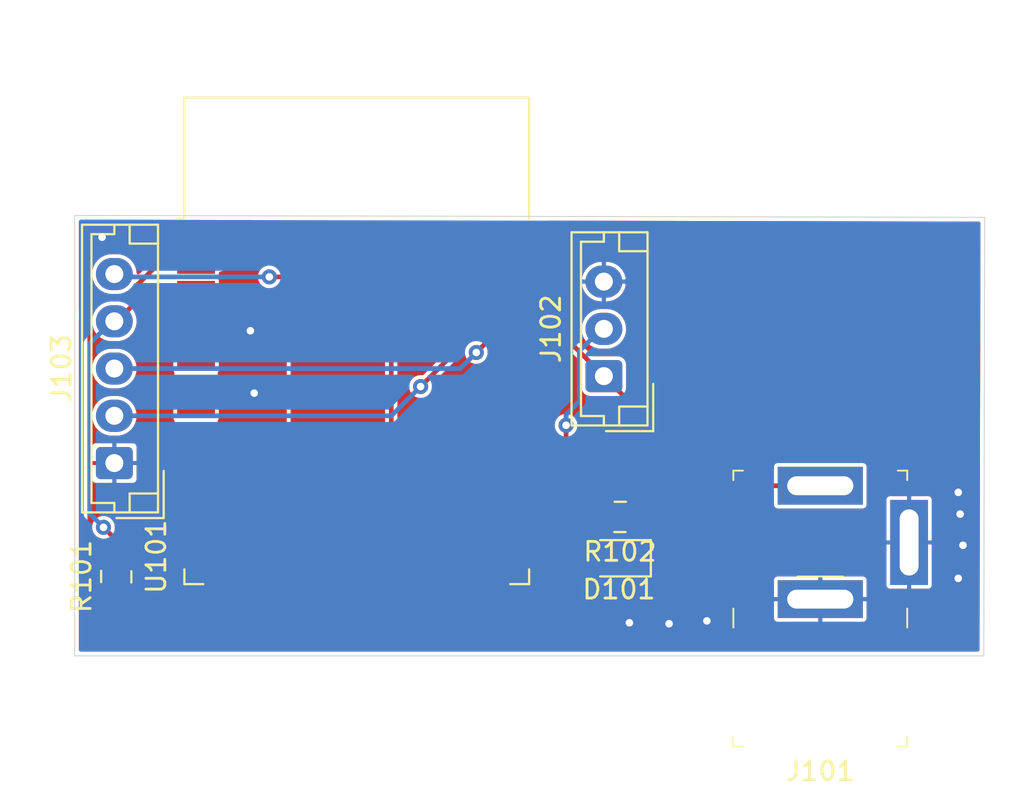
<source format=kicad_pcb>
(kicad_pcb (version 20171130) (host pcbnew "(5.1.4-0-10_14)")

  (general
    (thickness 1.6)
    (drawings 6)
    (tracks 71)
    (zones 0)
    (modules 7)
    (nets 38)
  )

  (page A4)
  (layers
    (0 F.Cu signal)
    (31 B.Cu signal)
    (32 B.Adhes user)
    (33 F.Adhes user)
    (34 B.Paste user)
    (35 F.Paste user)
    (36 B.SilkS user)
    (37 F.SilkS user)
    (38 B.Mask user)
    (39 F.Mask user)
    (40 Dwgs.User user)
    (41 Cmts.User user)
    (42 Eco1.User user)
    (43 Eco2.User user)
    (44 Edge.Cuts user)
    (45 Margin user)
    (46 B.CrtYd user)
    (47 F.CrtYd user)
    (48 B.Fab user)
    (49 F.Fab user)
  )

  (setup
    (last_trace_width 0.25)
    (trace_clearance 0.2)
    (zone_clearance 0.2)
    (zone_45_only no)
    (trace_min 0.2)
    (via_size 0.8)
    (via_drill 0.4)
    (via_min_size 0.4)
    (via_min_drill 0.3)
    (uvia_size 0.3)
    (uvia_drill 0.1)
    (uvias_allowed no)
    (uvia_min_size 0.2)
    (uvia_min_drill 0.1)
    (edge_width 0.05)
    (segment_width 0.2)
    (pcb_text_width 0.3)
    (pcb_text_size 1.5 1.5)
    (mod_edge_width 0.12)
    (mod_text_size 1 1)
    (mod_text_width 0.15)
    (pad_size 1.524 1.524)
    (pad_drill 0.762)
    (pad_to_mask_clearance 0.051)
    (solder_mask_min_width 0.25)
    (aux_axis_origin 0 0)
    (visible_elements FFFFFF7F)
    (pcbplotparams
      (layerselection 0x010fc_ffffffff)
      (usegerberextensions false)
      (usegerberattributes false)
      (usegerberadvancedattributes false)
      (creategerberjobfile false)
      (excludeedgelayer true)
      (linewidth 0.100000)
      (plotframeref false)
      (viasonmask false)
      (mode 1)
      (useauxorigin false)
      (hpglpennumber 1)
      (hpglpenspeed 20)
      (hpglpendiameter 15.000000)
      (psnegative false)
      (psa4output false)
      (plotreference true)
      (plotvalue true)
      (plotinvisibletext false)
      (padsonsilk false)
      (subtractmaskfromsilk false)
      (outputformat 1)
      (mirror false)
      (drillshape 1)
      (scaleselection 1)
      (outputdirectory ""))
  )

  (net 0 "")
  (net 1 "Net-(D101-Pad1)")
  (net 2 "Net-(D101-Pad2)")
  (net 3 GND)
  (net 4 +3V3)
  (net 5 /TX)
  (net 6 /RX)
  (net 7 /EN)
  (net 8 /IO0)
  (net 9 "Net-(U101-Pad4)")
  (net 10 "Net-(U101-Pad5)")
  (net 11 "Net-(U101-Pad6)")
  (net 12 "Net-(U101-Pad7)")
  (net 13 "Net-(U101-Pad8)")
  (net 14 "Net-(U101-Pad9)")
  (net 15 "Net-(U101-Pad10)")
  (net 16 "Net-(U101-Pad11)")
  (net 17 "Net-(U101-Pad12)")
  (net 18 "Net-(U101-Pad13)")
  (net 19 "Net-(U101-Pad14)")
  (net 20 "Net-(U101-Pad16)")
  (net 21 "Net-(U101-Pad17)")
  (net 22 "Net-(U101-Pad18)")
  (net 23 "Net-(U101-Pad19)")
  (net 24 "Net-(U101-Pad20)")
  (net 25 "Net-(U101-Pad21)")
  (net 26 "Net-(U101-Pad22)")
  (net 27 "Net-(U101-Pad24)")
  (net 28 "Net-(U101-Pad26)")
  (net 29 "Net-(U101-Pad27)")
  (net 30 "Net-(U101-Pad28)")
  (net 31 "Net-(U101-Pad29)")
  (net 32 "Net-(U101-Pad30)")
  (net 33 "Net-(U101-Pad31)")
  (net 34 "Net-(U101-Pad32)")
  (net 35 "Net-(U101-Pad33)")
  (net 36 "Net-(U101-Pad36)")
  (net 37 "Net-(U101-Pad37)")

  (net_class Default "This is the default net class."
    (clearance 0.2)
    (trace_width 0.25)
    (via_dia 0.8)
    (via_drill 0.4)
    (uvia_dia 0.3)
    (uvia_drill 0.1)
    (add_net +3V3)
    (add_net /EN)
    (add_net /IO0)
    (add_net /RX)
    (add_net /TX)
    (add_net GND)
    (add_net "Net-(D101-Pad1)")
    (add_net "Net-(D101-Pad2)")
    (add_net "Net-(U101-Pad10)")
    (add_net "Net-(U101-Pad11)")
    (add_net "Net-(U101-Pad12)")
    (add_net "Net-(U101-Pad13)")
    (add_net "Net-(U101-Pad14)")
    (add_net "Net-(U101-Pad16)")
    (add_net "Net-(U101-Pad17)")
    (add_net "Net-(U101-Pad18)")
    (add_net "Net-(U101-Pad19)")
    (add_net "Net-(U101-Pad20)")
    (add_net "Net-(U101-Pad21)")
    (add_net "Net-(U101-Pad22)")
    (add_net "Net-(U101-Pad24)")
    (add_net "Net-(U101-Pad26)")
    (add_net "Net-(U101-Pad27)")
    (add_net "Net-(U101-Pad28)")
    (add_net "Net-(U101-Pad29)")
    (add_net "Net-(U101-Pad30)")
    (add_net "Net-(U101-Pad31)")
    (add_net "Net-(U101-Pad32)")
    (add_net "Net-(U101-Pad33)")
    (add_net "Net-(U101-Pad36)")
    (add_net "Net-(U101-Pad37)")
    (add_net "Net-(U101-Pad4)")
    (add_net "Net-(U101-Pad5)")
    (add_net "Net-(U101-Pad6)")
    (add_net "Net-(U101-Pad7)")
    (add_net "Net-(U101-Pad8)")
    (add_net "Net-(U101-Pad9)")
  )

  (module Diode_SMD:D_0805_2012Metric (layer F.Cu) (tedit 5B36C52B) (tstamp 5E66E6CB)
    (at 90.85 72.8875 180)
    (descr "Diode SMD 0805 (2012 Metric), square (rectangular) end terminal, IPC_7351 nominal, (Body size source: https://docs.google.com/spreadsheets/d/1BsfQQcO9C6DZCsRaXUlFlo91Tg2WpOkGARC1WS5S8t0/edit?usp=sharing), generated with kicad-footprint-generator")
    (tags diode)
    (path /5E682C13)
    (attr smd)
    (fp_text reference D101 (at 0 -1.65) (layer F.SilkS)
      (effects (font (size 1 1) (thickness 0.15)))
    )
    (fp_text value LED (at 0 1.65) (layer F.Fab)
      (effects (font (size 1 1) (thickness 0.15)))
    )
    (fp_line (start 1 -0.6) (end -0.7 -0.6) (layer F.Fab) (width 0.1))
    (fp_line (start -0.7 -0.6) (end -1 -0.3) (layer F.Fab) (width 0.1))
    (fp_line (start -1 -0.3) (end -1 0.6) (layer F.Fab) (width 0.1))
    (fp_line (start -1 0.6) (end 1 0.6) (layer F.Fab) (width 0.1))
    (fp_line (start 1 0.6) (end 1 -0.6) (layer F.Fab) (width 0.1))
    (fp_line (start 1 -0.96) (end -1.685 -0.96) (layer F.SilkS) (width 0.12))
    (fp_line (start -1.685 -0.96) (end -1.685 0.96) (layer F.SilkS) (width 0.12))
    (fp_line (start -1.685 0.96) (end 1 0.96) (layer F.SilkS) (width 0.12))
    (fp_line (start -1.68 0.95) (end -1.68 -0.95) (layer F.CrtYd) (width 0.05))
    (fp_line (start -1.68 -0.95) (end 1.68 -0.95) (layer F.CrtYd) (width 0.05))
    (fp_line (start 1.68 -0.95) (end 1.68 0.95) (layer F.CrtYd) (width 0.05))
    (fp_line (start 1.68 0.95) (end -1.68 0.95) (layer F.CrtYd) (width 0.05))
    (fp_text user %R (at 0 0) (layer F.Fab)
      (effects (font (size 0.5 0.5) (thickness 0.08)))
    )
    (pad 1 smd roundrect (at -0.9375 0 180) (size 0.975 1.4) (layers F.Cu F.Paste F.Mask) (roundrect_rratio 0.25)
      (net 1 "Net-(D101-Pad1)"))
    (pad 2 smd roundrect (at 0.9375 0 180) (size 0.975 1.4) (layers F.Cu F.Paste F.Mask) (roundrect_rratio 0.25)
      (net 2 "Net-(D101-Pad2)"))
    (model ${KISYS3DMOD}/Diode_SMD.3dshapes/D_0805_2012Metric.wrl
      (at (xyz 0 0 0))
      (scale (xyz 1 1 1))
      (rotate (xyz 0 0 0))
    )
  )

  (module digikey-footprints:Barrel_Jack_5.5mmODx2.1mmID_PJ-202A (layer F.Cu) (tedit 5CAD1432) (tstamp 5E66E850)
    (at 101.5 72.05 180)
    (path /5E66E8D0)
    (fp_text reference J101 (at 0 -12.1) (layer F.SilkS)
      (effects (font (size 1 1) (thickness 0.15)))
    )
    (fp_text value PJ-202A (at 0 5.8) (layer F.Fab)
      (effects (font (size 1 1) (thickness 0.15)))
    )
    (fp_line (start -5.9 4.2) (end 4.8 4.2) (layer F.CrtYd) (width 0.05))
    (fp_line (start 4.8 -11) (end 4.8 4.2) (layer F.CrtYd) (width 0.05))
    (fp_line (start -5.9 -11) (end -5.9 4.2) (layer F.CrtYd) (width 0.05))
    (fp_line (start -5.9 -11) (end 4.8 -11) (layer F.CrtYd) (width 0.05))
    (fp_line (start 4.6 -3.5) (end 4.6 -4.5) (layer F.SilkS) (width 0.1))
    (fp_line (start -4.6 -3.5) (end -4.6 -4.5) (layer F.SilkS) (width 0.1))
    (fp_line (start 4.6 -10.8) (end 4.6 -10.3) (layer F.SilkS) (width 0.1))
    (fp_line (start 4.6 -10.8) (end 4.1 -10.8) (layer F.SilkS) (width 0.1))
    (fp_line (start -4.6 -10.8) (end -4.1 -10.8) (layer F.SilkS) (width 0.1))
    (fp_line (start -4.6 -10.8) (end -4.6 -10.3) (layer F.SilkS) (width 0.1))
    (fp_line (start -1.2 -1.8) (end 1.2 -1.8) (layer F.SilkS) (width 0.1))
    (fp_line (start -4.6 3.8) (end -4.6 3.3) (layer F.SilkS) (width 0.1))
    (fp_line (start -4.6 3.8) (end -4.1 3.8) (layer F.SilkS) (width 0.1))
    (fp_line (start 4.6 3.8) (end 4.6 3.3) (layer F.SilkS) (width 0.1))
    (fp_line (start 4.6 3.8) (end 4.1 3.8) (layer F.SilkS) (width 0.1))
    (fp_line (start -4.5 -10.7) (end 4.5 -10.7) (layer F.Fab) (width 0.1))
    (fp_line (start 4.5 3.7) (end 4.5 -10.7) (layer F.Fab) (width 0.1))
    (fp_line (start -4.5 3.7) (end -4.5 -10.7) (layer F.Fab) (width 0.1))
    (fp_line (start -4.5 3.7) (end 4.5 3.7) (layer F.Fab) (width 0.1))
    (pad 3 thru_hole rect (at -4.7 0 180) (size 2 4.5) (drill oval 1 3.5) (layers *.Cu *.Mask)
      (net 3 GND))
    (pad 1 thru_hole rect (at 0 3 180) (size 4.5 2) (drill oval 3.5 1) (layers *.Cu *.Mask)
      (net 4 +3V3))
    (pad 2 thru_hole rect (at 0 -3 180) (size 4.5 2) (drill oval 3.5 1) (layers *.Cu *.Mask)
      (net 3 GND))
  )

  (module Connector_JST:JST_EH_B3B-EH-A_1x03_P2.50mm_Vertical (layer F.Cu) (tedit 5C28142C) (tstamp 5E66EA1F)
    (at 90.05 63.25 90)
    (descr "JST EH series connector, B3B-EH-A (http://www.jst-mfg.com/product/pdf/eng/eEH.pdf), generated with kicad-footprint-generator")
    (tags "connector JST EH vertical")
    (path /5E67C374)
    (fp_text reference J102 (at 2.5 -2.8 90) (layer F.SilkS)
      (effects (font (size 1 1) (thickness 0.15)))
    )
    (fp_text value Conn_01x03_Female (at 2.5 3.4 90) (layer F.Fab)
      (effects (font (size 1 1) (thickness 0.15)))
    )
    (fp_line (start -2.5 -1.6) (end -2.5 2.2) (layer F.Fab) (width 0.1))
    (fp_line (start -2.5 2.2) (end 7.5 2.2) (layer F.Fab) (width 0.1))
    (fp_line (start 7.5 2.2) (end 7.5 -1.6) (layer F.Fab) (width 0.1))
    (fp_line (start 7.5 -1.6) (end -2.5 -1.6) (layer F.Fab) (width 0.1))
    (fp_line (start -3 -2.1) (end -3 2.7) (layer F.CrtYd) (width 0.05))
    (fp_line (start -3 2.7) (end 8 2.7) (layer F.CrtYd) (width 0.05))
    (fp_line (start 8 2.7) (end 8 -2.1) (layer F.CrtYd) (width 0.05))
    (fp_line (start 8 -2.1) (end -3 -2.1) (layer F.CrtYd) (width 0.05))
    (fp_line (start -2.61 -1.71) (end -2.61 2.31) (layer F.SilkS) (width 0.12))
    (fp_line (start -2.61 2.31) (end 7.61 2.31) (layer F.SilkS) (width 0.12))
    (fp_line (start 7.61 2.31) (end 7.61 -1.71) (layer F.SilkS) (width 0.12))
    (fp_line (start 7.61 -1.71) (end -2.61 -1.71) (layer F.SilkS) (width 0.12))
    (fp_line (start -2.61 0) (end -2.11 0) (layer F.SilkS) (width 0.12))
    (fp_line (start -2.11 0) (end -2.11 -1.21) (layer F.SilkS) (width 0.12))
    (fp_line (start -2.11 -1.21) (end 7.11 -1.21) (layer F.SilkS) (width 0.12))
    (fp_line (start 7.11 -1.21) (end 7.11 0) (layer F.SilkS) (width 0.12))
    (fp_line (start 7.11 0) (end 7.61 0) (layer F.SilkS) (width 0.12))
    (fp_line (start -2.61 0.81) (end -1.61 0.81) (layer F.SilkS) (width 0.12))
    (fp_line (start -1.61 0.81) (end -1.61 2.31) (layer F.SilkS) (width 0.12))
    (fp_line (start 7.61 0.81) (end 6.61 0.81) (layer F.SilkS) (width 0.12))
    (fp_line (start 6.61 0.81) (end 6.61 2.31) (layer F.SilkS) (width 0.12))
    (fp_line (start -2.91 0.11) (end -2.91 2.61) (layer F.SilkS) (width 0.12))
    (fp_line (start -2.91 2.61) (end -0.41 2.61) (layer F.SilkS) (width 0.12))
    (fp_line (start -2.91 0.11) (end -2.91 2.61) (layer F.Fab) (width 0.1))
    (fp_line (start -2.91 2.61) (end -0.41 2.61) (layer F.Fab) (width 0.1))
    (fp_text user %R (at 2.5 1.5 90) (layer F.Fab)
      (effects (font (size 1 1) (thickness 0.15)))
    )
    (pad 1 thru_hole roundrect (at 0 0 90) (size 1.7 1.95) (drill 0.95) (layers *.Cu *.Mask) (roundrect_rratio 0.147059)
      (net 4 +3V3))
    (pad 2 thru_hole oval (at 2.5 0 90) (size 1.7 1.95) (drill 0.95) (layers *.Cu *.Mask)
      (net 2 "Net-(D101-Pad2)"))
    (pad 3 thru_hole oval (at 5 0 90) (size 1.7 1.95) (drill 0.95) (layers *.Cu *.Mask)
      (net 3 GND))
    (model ${KISYS3DMOD}/Connector_JST.3dshapes/JST_EH_B3B-EH-A_1x03_P2.50mm_Vertical.wrl
      (at (xyz 0 0 0))
      (scale (xyz 1 1 1))
      (rotate (xyz 0 0 0))
    )
  )

  (module Connector_JST:JST_EH_B5B-EH-A_1x05_P2.50mm_Vertical (layer F.Cu) (tedit 5C28142C) (tstamp 5E66DEB7)
    (at 64.15 67.85 90)
    (descr "JST EH series connector, B5B-EH-A (http://www.jst-mfg.com/product/pdf/eng/eEH.pdf), generated with kicad-footprint-generator")
    (tags "connector JST EH vertical")
    (path /5E6771AD)
    (fp_text reference J103 (at 5 -2.8 90) (layer F.SilkS)
      (effects (font (size 1 1) (thickness 0.15)))
    )
    (fp_text value Conn_01x05_Male (at 5 3.4 90) (layer F.Fab)
      (effects (font (size 1 1) (thickness 0.15)))
    )
    (fp_line (start -2.5 -1.6) (end -2.5 2.2) (layer F.Fab) (width 0.1))
    (fp_line (start -2.5 2.2) (end 12.5 2.2) (layer F.Fab) (width 0.1))
    (fp_line (start 12.5 2.2) (end 12.5 -1.6) (layer F.Fab) (width 0.1))
    (fp_line (start 12.5 -1.6) (end -2.5 -1.6) (layer F.Fab) (width 0.1))
    (fp_line (start -3 -2.1) (end -3 2.7) (layer F.CrtYd) (width 0.05))
    (fp_line (start -3 2.7) (end 13 2.7) (layer F.CrtYd) (width 0.05))
    (fp_line (start 13 2.7) (end 13 -2.1) (layer F.CrtYd) (width 0.05))
    (fp_line (start 13 -2.1) (end -3 -2.1) (layer F.CrtYd) (width 0.05))
    (fp_line (start -2.61 -1.71) (end -2.61 2.31) (layer F.SilkS) (width 0.12))
    (fp_line (start -2.61 2.31) (end 12.61 2.31) (layer F.SilkS) (width 0.12))
    (fp_line (start 12.61 2.31) (end 12.61 -1.71) (layer F.SilkS) (width 0.12))
    (fp_line (start 12.61 -1.71) (end -2.61 -1.71) (layer F.SilkS) (width 0.12))
    (fp_line (start -2.61 0) (end -2.11 0) (layer F.SilkS) (width 0.12))
    (fp_line (start -2.11 0) (end -2.11 -1.21) (layer F.SilkS) (width 0.12))
    (fp_line (start -2.11 -1.21) (end 12.11 -1.21) (layer F.SilkS) (width 0.12))
    (fp_line (start 12.11 -1.21) (end 12.11 0) (layer F.SilkS) (width 0.12))
    (fp_line (start 12.11 0) (end 12.61 0) (layer F.SilkS) (width 0.12))
    (fp_line (start -2.61 0.81) (end -1.61 0.81) (layer F.SilkS) (width 0.12))
    (fp_line (start -1.61 0.81) (end -1.61 2.31) (layer F.SilkS) (width 0.12))
    (fp_line (start 12.61 0.81) (end 11.61 0.81) (layer F.SilkS) (width 0.12))
    (fp_line (start 11.61 0.81) (end 11.61 2.31) (layer F.SilkS) (width 0.12))
    (fp_line (start -2.91 0.11) (end -2.91 2.61) (layer F.SilkS) (width 0.12))
    (fp_line (start -2.91 2.61) (end -0.41 2.61) (layer F.SilkS) (width 0.12))
    (fp_line (start -2.91 0.11) (end -2.91 2.61) (layer F.Fab) (width 0.1))
    (fp_line (start -2.91 2.61) (end -0.41 2.61) (layer F.Fab) (width 0.1))
    (fp_text user %R (at 5 1.5 90) (layer F.Fab)
      (effects (font (size 1 1) (thickness 0.15)))
    )
    (pad 1 thru_hole roundrect (at 0 0 90) (size 1.7 1.95) (drill 0.95) (layers *.Cu *.Mask) (roundrect_rratio 0.147059)
      (net 3 GND))
    (pad 2 thru_hole oval (at 2.5 0 90) (size 1.7 1.95) (drill 0.95) (layers *.Cu *.Mask)
      (net 5 /TX))
    (pad 3 thru_hole oval (at 5 0 90) (size 1.7 1.95) (drill 0.95) (layers *.Cu *.Mask)
      (net 6 /RX))
    (pad 4 thru_hole oval (at 7.5 0 90) (size 1.7 1.95) (drill 0.95) (layers *.Cu *.Mask)
      (net 7 /EN))
    (pad 5 thru_hole oval (at 10 0 90) (size 1.7 1.95) (drill 0.95) (layers *.Cu *.Mask)
      (net 8 /IO0))
    (model ${KISYS3DMOD}/Connector_JST.3dshapes/JST_EH_B5B-EH-A_1x05_P2.50mm_Vertical.wrl
      (at (xyz 0 0 0))
      (scale (xyz 1 1 1))
      (rotate (xyz 0 0 0))
    )
  )

  (module digikey-footprints:0805 (layer F.Cu) (tedit 5D288D36) (tstamp 5E66DEC7)
    (at 64.25 73.85 90)
    (path /5E67191A)
    (attr smd)
    (fp_text reference R101 (at 0 -1.84 90) (layer F.SilkS)
      (effects (font (size 1 1) (thickness 0.15)))
    )
    (fp_text value 10k (at 0 1.95 90) (layer F.Fab)
      (effects (font (size 1 1) (thickness 0.15)))
    )
    (fp_line (start -1.9 0.93) (end 1.9 0.93) (layer F.CrtYd) (width 0.05))
    (fp_line (start -1.9 -0.93) (end 1.9 -0.93) (layer F.CrtYd) (width 0.05))
    (fp_line (start 1.9 0.93) (end 1.9 -0.93) (layer F.CrtYd) (width 0.05))
    (fp_line (start -1.9 0.93) (end -1.9 -0.93) (layer F.CrtYd) (width 0.05))
    (fp_line (start -0.32 0.8) (end 0.28 0.8) (layer F.SilkS) (width 0.12))
    (fp_line (start -0.3 -0.8) (end 0.3 -0.8) (layer F.SilkS) (width 0.12))
    (fp_line (start -0.95 0.68) (end 0.95 0.68) (layer F.Fab) (width 0.12))
    (fp_line (start -0.95 -0.68) (end 0.95 -0.68) (layer F.Fab) (width 0.12))
    (fp_line (start 0.95 -0.675) (end 0.95 0.675) (layer F.Fab) (width 0.12))
    (fp_line (start -0.95 -0.675) (end -0.95 0.675) (layer F.Fab) (width 0.12))
    (pad 2 smd rect (at 1.05 0 90) (size 1.2 1.2) (layers F.Cu F.Paste F.Mask)
      (net 7 /EN))
    (pad 1 smd rect (at -1.05 0 90) (size 1.2 1.2) (layers F.Cu F.Paste F.Mask)
      (net 4 +3V3))
  )

  (module digikey-footprints:0805 (layer F.Cu) (tedit 5D288D36) (tstamp 5E66EAFD)
    (at 90.9 70.7 180)
    (path /5E684967)
    (attr smd)
    (fp_text reference R102 (at 0 -1.84) (layer F.SilkS)
      (effects (font (size 1 1) (thickness 0.15)))
    )
    (fp_text value 500 (at 0 1.95) (layer F.Fab)
      (effects (font (size 1 1) (thickness 0.15)))
    )
    (fp_line (start -0.95 -0.675) (end -0.95 0.675) (layer F.Fab) (width 0.12))
    (fp_line (start 0.95 -0.675) (end 0.95 0.675) (layer F.Fab) (width 0.12))
    (fp_line (start -0.95 -0.68) (end 0.95 -0.68) (layer F.Fab) (width 0.12))
    (fp_line (start -0.95 0.68) (end 0.95 0.68) (layer F.Fab) (width 0.12))
    (fp_line (start -0.3 -0.8) (end 0.3 -0.8) (layer F.SilkS) (width 0.12))
    (fp_line (start -0.32 0.8) (end 0.28 0.8) (layer F.SilkS) (width 0.12))
    (fp_line (start -1.9 0.93) (end -1.9 -0.93) (layer F.CrtYd) (width 0.05))
    (fp_line (start 1.9 0.93) (end 1.9 -0.93) (layer F.CrtYd) (width 0.05))
    (fp_line (start -1.9 -0.93) (end 1.9 -0.93) (layer F.CrtYd) (width 0.05))
    (fp_line (start -1.9 0.93) (end 1.9 0.93) (layer F.CrtYd) (width 0.05))
    (pad 1 smd rect (at -1.05 0 180) (size 1.2 1.2) (layers F.Cu F.Paste F.Mask)
      (net 1 "Net-(D101-Pad1)"))
    (pad 2 smd rect (at 1.05 0 180) (size 1.2 1.2) (layers F.Cu F.Paste F.Mask)
      (net 3 GND))
  )

  (module RF_Module:ESP32-WROOM-32 (layer F.Cu) (tedit 5B5B4654) (tstamp 5E66DF46)
    (at 76.975001 64.375001)
    (descr "Single 2.4 GHz Wi-Fi and Bluetooth combo chip https://www.espressif.com/sites/default/files/documentation/esp32-wroom-32_datasheet_en.pdf")
    (tags "Single 2.4 GHz Wi-Fi and Bluetooth combo  chip")
    (path /5E66704A)
    (attr smd)
    (fp_text reference U101 (at -10.61 8.43 90) (layer F.SilkS)
      (effects (font (size 1 1) (thickness 0.15)))
    )
    (fp_text value ESP32-WROOM-32 (at 0 11.5) (layer F.Fab)
      (effects (font (size 1 1) (thickness 0.15)))
    )
    (fp_text user %R (at 0 0) (layer F.Fab)
      (effects (font (size 1 1) (thickness 0.15)))
    )
    (fp_text user "KEEP-OUT ZONE" (at 0 -19) (layer Cmts.User)
      (effects (font (size 1 1) (thickness 0.15)))
    )
    (fp_text user Antenna (at 0 -13) (layer Cmts.User)
      (effects (font (size 1 1) (thickness 0.15)))
    )
    (fp_text user "5 mm" (at 11.8 -14.375) (layer Cmts.User)
      (effects (font (size 0.5 0.5) (thickness 0.1)))
    )
    (fp_text user "5 mm" (at -11.2 -14.375) (layer Cmts.User)
      (effects (font (size 0.5 0.5) (thickness 0.1)))
    )
    (fp_text user "5 mm" (at 7.8 -19.075 90) (layer Cmts.User)
      (effects (font (size 0.5 0.5) (thickness 0.1)))
    )
    (fp_line (start -14 -9.97) (end -14 -20.75) (layer Dwgs.User) (width 0.1))
    (fp_line (start 9 9.76) (end 9 -15.745) (layer F.Fab) (width 0.1))
    (fp_line (start -9 9.76) (end 9 9.76) (layer F.Fab) (width 0.1))
    (fp_line (start -9 -15.745) (end -9 -10.02) (layer F.Fab) (width 0.1))
    (fp_line (start -9 -15.745) (end 9 -15.745) (layer F.Fab) (width 0.1))
    (fp_line (start -9.75 10.5) (end -9.75 -9.72) (layer F.CrtYd) (width 0.05))
    (fp_line (start -9.75 10.5) (end 9.75 10.5) (layer F.CrtYd) (width 0.05))
    (fp_line (start 9.75 -9.72) (end 9.75 10.5) (layer F.CrtYd) (width 0.05))
    (fp_line (start -14.25 -21) (end 14.25 -21) (layer F.CrtYd) (width 0.05))
    (fp_line (start -9 -9.02) (end -9 9.76) (layer F.Fab) (width 0.1))
    (fp_line (start -8.5 -9.52) (end -9 -10.02) (layer F.Fab) (width 0.1))
    (fp_line (start -9 -9.02) (end -8.5 -9.52) (layer F.Fab) (width 0.1))
    (fp_line (start 14 -9.97) (end -14 -9.97) (layer Dwgs.User) (width 0.1))
    (fp_line (start 14 -9.97) (end 14 -20.75) (layer Dwgs.User) (width 0.1))
    (fp_line (start 14 -20.75) (end -14 -20.75) (layer Dwgs.User) (width 0.1))
    (fp_line (start -14.25 -21) (end -14.25 -9.72) (layer F.CrtYd) (width 0.05))
    (fp_line (start 14.25 -21) (end 14.25 -9.72) (layer F.CrtYd) (width 0.05))
    (fp_line (start -14.25 -9.72) (end -9.75 -9.72) (layer F.CrtYd) (width 0.05))
    (fp_line (start 9.75 -9.72) (end 14.25 -9.72) (layer F.CrtYd) (width 0.05))
    (fp_line (start -12.525 -20.75) (end -14 -19.66) (layer Dwgs.User) (width 0.1))
    (fp_line (start -10.525 -20.75) (end -14 -18.045) (layer Dwgs.User) (width 0.1))
    (fp_line (start -8.525 -20.75) (end -14 -16.43) (layer Dwgs.User) (width 0.1))
    (fp_line (start -6.525 -20.75) (end -14 -14.815) (layer Dwgs.User) (width 0.1))
    (fp_line (start -4.525 -20.75) (end -14 -13.2) (layer Dwgs.User) (width 0.1))
    (fp_line (start -2.525 -20.75) (end -14 -11.585) (layer Dwgs.User) (width 0.1))
    (fp_line (start -0.525 -20.75) (end -14 -9.97) (layer Dwgs.User) (width 0.1))
    (fp_line (start 1.475 -20.75) (end -12 -9.97) (layer Dwgs.User) (width 0.1))
    (fp_line (start 3.475 -20.75) (end -10 -9.97) (layer Dwgs.User) (width 0.1))
    (fp_line (start -8 -9.97) (end 5.475 -20.75) (layer Dwgs.User) (width 0.1))
    (fp_line (start 7.475 -20.75) (end -6 -9.97) (layer Dwgs.User) (width 0.1))
    (fp_line (start 9.475 -20.75) (end -4 -9.97) (layer Dwgs.User) (width 0.1))
    (fp_line (start 11.475 -20.75) (end -2 -9.97) (layer Dwgs.User) (width 0.1))
    (fp_line (start 13.475 -20.75) (end 0 -9.97) (layer Dwgs.User) (width 0.1))
    (fp_line (start 14 -19.66) (end 2 -9.97) (layer Dwgs.User) (width 0.1))
    (fp_line (start 14 -18.045) (end 4 -9.97) (layer Dwgs.User) (width 0.1))
    (fp_line (start 14 -16.43) (end 6 -9.97) (layer Dwgs.User) (width 0.1))
    (fp_line (start 14 -14.815) (end 8 -9.97) (layer Dwgs.User) (width 0.1))
    (fp_line (start 14 -13.2) (end 10 -9.97) (layer Dwgs.User) (width 0.1))
    (fp_line (start 14 -11.585) (end 12 -9.97) (layer Dwgs.User) (width 0.1))
    (fp_line (start 9.2 -13.875) (end 13.8 -13.875) (layer Cmts.User) (width 0.1))
    (fp_line (start 13.8 -13.875) (end 13.6 -14.075) (layer Cmts.User) (width 0.1))
    (fp_line (start 13.8 -13.875) (end 13.6 -13.675) (layer Cmts.User) (width 0.1))
    (fp_line (start 9.2 -13.875) (end 9.4 -14.075) (layer Cmts.User) (width 0.1))
    (fp_line (start 9.2 -13.875) (end 9.4 -13.675) (layer Cmts.User) (width 0.1))
    (fp_line (start -13.8 -13.875) (end -13.6 -14.075) (layer Cmts.User) (width 0.1))
    (fp_line (start -13.8 -13.875) (end -13.6 -13.675) (layer Cmts.User) (width 0.1))
    (fp_line (start -9.2 -13.875) (end -9.4 -13.675) (layer Cmts.User) (width 0.1))
    (fp_line (start -13.8 -13.875) (end -9.2 -13.875) (layer Cmts.User) (width 0.1))
    (fp_line (start -9.2 -13.875) (end -9.4 -14.075) (layer Cmts.User) (width 0.1))
    (fp_line (start 8.4 -16) (end 8.2 -16.2) (layer Cmts.User) (width 0.1))
    (fp_line (start 8.4 -16) (end 8.6 -16.2) (layer Cmts.User) (width 0.1))
    (fp_line (start 8.4 -20.6) (end 8.6 -20.4) (layer Cmts.User) (width 0.1))
    (fp_line (start 8.4 -16) (end 8.4 -20.6) (layer Cmts.User) (width 0.1))
    (fp_line (start 8.4 -20.6) (end 8.2 -20.4) (layer Cmts.User) (width 0.1))
    (fp_line (start -9.12 9.1) (end -9.12 9.88) (layer F.SilkS) (width 0.12))
    (fp_line (start -9.12 9.88) (end -8.12 9.88) (layer F.SilkS) (width 0.12))
    (fp_line (start 9.12 9.1) (end 9.12 9.88) (layer F.SilkS) (width 0.12))
    (fp_line (start 9.12 9.88) (end 8.12 9.88) (layer F.SilkS) (width 0.12))
    (fp_line (start -9.12 -15.865) (end 9.12 -15.865) (layer F.SilkS) (width 0.12))
    (fp_line (start 9.12 -15.865) (end 9.12 -9.445) (layer F.SilkS) (width 0.12))
    (fp_line (start -9.12 -15.865) (end -9.12 -9.445) (layer F.SilkS) (width 0.12))
    (fp_line (start -9.12 -9.445) (end -9.5 -9.445) (layer F.SilkS) (width 0.12))
    (pad 39 smd rect (at -1 -0.755) (size 5 5) (layers F.Cu F.Paste F.Mask))
    (pad 1 smd rect (at -8.5 -8.255) (size 2 0.9) (layers F.Cu F.Paste F.Mask)
      (net 3 GND))
    (pad 2 smd rect (at -8.5 -6.985) (size 2 0.9) (layers F.Cu F.Paste F.Mask)
      (net 4 +3V3))
    (pad 3 smd rect (at -8.5 -5.715) (size 2 0.9) (layers F.Cu F.Paste F.Mask)
      (net 7 /EN))
    (pad 4 smd rect (at -8.5 -4.445) (size 2 0.9) (layers F.Cu F.Paste F.Mask)
      (net 9 "Net-(U101-Pad4)"))
    (pad 5 smd rect (at -8.5 -3.175) (size 2 0.9) (layers F.Cu F.Paste F.Mask)
      (net 10 "Net-(U101-Pad5)"))
    (pad 6 smd rect (at -8.5 -1.905) (size 2 0.9) (layers F.Cu F.Paste F.Mask)
      (net 11 "Net-(U101-Pad6)"))
    (pad 7 smd rect (at -8.5 -0.635) (size 2 0.9) (layers F.Cu F.Paste F.Mask)
      (net 12 "Net-(U101-Pad7)"))
    (pad 8 smd rect (at -8.5 0.635) (size 2 0.9) (layers F.Cu F.Paste F.Mask)
      (net 13 "Net-(U101-Pad8)"))
    (pad 9 smd rect (at -8.5 1.905) (size 2 0.9) (layers F.Cu F.Paste F.Mask)
      (net 14 "Net-(U101-Pad9)"))
    (pad 10 smd rect (at -8.5 3.175) (size 2 0.9) (layers F.Cu F.Paste F.Mask)
      (net 15 "Net-(U101-Pad10)"))
    (pad 11 smd rect (at -8.5 4.445) (size 2 0.9) (layers F.Cu F.Paste F.Mask)
      (net 16 "Net-(U101-Pad11)"))
    (pad 12 smd rect (at -8.5 5.715) (size 2 0.9) (layers F.Cu F.Paste F.Mask)
      (net 17 "Net-(U101-Pad12)"))
    (pad 13 smd rect (at -8.5 6.985) (size 2 0.9) (layers F.Cu F.Paste F.Mask)
      (net 18 "Net-(U101-Pad13)"))
    (pad 14 smd rect (at -8.5 8.255) (size 2 0.9) (layers F.Cu F.Paste F.Mask)
      (net 19 "Net-(U101-Pad14)"))
    (pad 15 smd rect (at -5.715 9.255 90) (size 2 0.9) (layers F.Cu F.Paste F.Mask)
      (net 3 GND))
    (pad 16 smd rect (at -4.445 9.255 90) (size 2 0.9) (layers F.Cu F.Paste F.Mask)
      (net 20 "Net-(U101-Pad16)"))
    (pad 17 smd rect (at -3.175 9.255 90) (size 2 0.9) (layers F.Cu F.Paste F.Mask)
      (net 21 "Net-(U101-Pad17)"))
    (pad 18 smd rect (at -1.905 9.255 90) (size 2 0.9) (layers F.Cu F.Paste F.Mask)
      (net 22 "Net-(U101-Pad18)"))
    (pad 19 smd rect (at -0.635 9.255 90) (size 2 0.9) (layers F.Cu F.Paste F.Mask)
      (net 23 "Net-(U101-Pad19)"))
    (pad 20 smd rect (at 0.635 9.255 90) (size 2 0.9) (layers F.Cu F.Paste F.Mask)
      (net 24 "Net-(U101-Pad20)"))
    (pad 21 smd rect (at 1.905 9.255 90) (size 2 0.9) (layers F.Cu F.Paste F.Mask)
      (net 25 "Net-(U101-Pad21)"))
    (pad 22 smd rect (at 3.175 9.255 90) (size 2 0.9) (layers F.Cu F.Paste F.Mask)
      (net 26 "Net-(U101-Pad22)"))
    (pad 23 smd rect (at 4.445 9.255 90) (size 2 0.9) (layers F.Cu F.Paste F.Mask)
      (net 2 "Net-(D101-Pad2)"))
    (pad 24 smd rect (at 5.715 9.255 90) (size 2 0.9) (layers F.Cu F.Paste F.Mask)
      (net 27 "Net-(U101-Pad24)"))
    (pad 25 smd rect (at 8.5 8.255) (size 2 0.9) (layers F.Cu F.Paste F.Mask)
      (net 8 /IO0))
    (pad 26 smd rect (at 8.5 6.985) (size 2 0.9) (layers F.Cu F.Paste F.Mask)
      (net 28 "Net-(U101-Pad26)"))
    (pad 27 smd rect (at 8.5 5.715) (size 2 0.9) (layers F.Cu F.Paste F.Mask)
      (net 29 "Net-(U101-Pad27)"))
    (pad 28 smd rect (at 8.5 4.445) (size 2 0.9) (layers F.Cu F.Paste F.Mask)
      (net 30 "Net-(U101-Pad28)"))
    (pad 29 smd rect (at 8.5 3.175) (size 2 0.9) (layers F.Cu F.Paste F.Mask)
      (net 31 "Net-(U101-Pad29)"))
    (pad 30 smd rect (at 8.5 1.905) (size 2 0.9) (layers F.Cu F.Paste F.Mask)
      (net 32 "Net-(U101-Pad30)"))
    (pad 31 smd rect (at 8.5 0.635) (size 2 0.9) (layers F.Cu F.Paste F.Mask)
      (net 33 "Net-(U101-Pad31)"))
    (pad 32 smd rect (at 8.5 -0.635) (size 2 0.9) (layers F.Cu F.Paste F.Mask)
      (net 34 "Net-(U101-Pad32)"))
    (pad 33 smd rect (at 8.5 -1.905) (size 2 0.9) (layers F.Cu F.Paste F.Mask)
      (net 35 "Net-(U101-Pad33)"))
    (pad 34 smd rect (at 8.5 -3.175) (size 2 0.9) (layers F.Cu F.Paste F.Mask)
      (net 6 /RX))
    (pad 35 smd rect (at 8.5 -4.445) (size 2 0.9) (layers F.Cu F.Paste F.Mask)
      (net 5 /TX))
    (pad 36 smd rect (at 8.5 -5.715) (size 2 0.9) (layers F.Cu F.Paste F.Mask)
      (net 36 "Net-(U101-Pad36)"))
    (pad 37 smd rect (at 8.5 -6.985) (size 2 0.9) (layers F.Cu F.Paste F.Mask)
      (net 37 "Net-(U101-Pad37)"))
    (pad 38 smd rect (at 8.5 -8.255) (size 2 0.9) (layers F.Cu F.Paste F.Mask)
      (net 3 GND))
    (model ${KISYS3DMOD}/RF_Module.3dshapes/ESP32-WROOM-32.wrl
      (at (xyz 0 0 0))
      (scale (xyz 1 1 1))
      (rotate (xyz 0 0 0))
    )
  )

  (gr_line (start 62.05 54.75) (end 62.95 54.75) (layer Edge.Cuts) (width 0.05) (tstamp 5E66E140))
  (gr_line (start 62.05 55.05) (end 62.05 54.75) (layer Edge.Cuts) (width 0.05))
  (gr_line (start 62.05 78.05) (end 62.05 55.05) (layer Edge.Cuts) (width 0.05) (tstamp 5E66E88C))
  (gr_line (start 110.15 78.05) (end 62.05 78.05) (layer Edge.Cuts) (width 0.05))
  (gr_line (start 110.2 54.85) (end 110.15 78.05) (layer Edge.Cuts) (width 0.05))
  (gr_line (start 62.95 54.75) (end 110.2 54.85) (layer Edge.Cuts) (width 0.05))

  (segment (start 91.95 72.725) (end 91.7875 72.8875) (width 0.25) (layer F.Cu) (net 1))
  (segment (start 91.95 70.7) (end 91.95 72.725) (width 0.25) (layer F.Cu) (net 1))
  (segment (start 81.495002 74.955002) (end 87.844998 74.955002) (width 0.25) (layer F.Cu) (net 2))
  (segment (start 81.420001 74.880001) (end 81.495002 74.955002) (width 0.25) (layer F.Cu) (net 2))
  (segment (start 89.356263 73.443737) (end 89.9125 72.8875) (width 0.25) (layer F.Cu) (net 2))
  (segment (start 87.844998 74.955002) (end 89.356263 73.443737) (width 0.25) (layer F.Cu) (net 2))
  (segment (start 81.420001 73.630001) (end 81.420001 74.880001) (width 0.25) (layer F.Cu) (net 2))
  (via (at 88.05 65.85) (size 0.8) (drill 0.4) (layers F.Cu B.Cu) (net 2))
  (segment (start 88.05 71.025) (end 88.05 65.85) (width 0.25) (layer F.Cu) (net 2))
  (segment (start 89.9125 72.8875) (end 88.05 71.025) (width 0.25) (layer F.Cu) (net 2))
  (segment (start 88.74999 61.92501) (end 89.925 60.75) (width 0.25) (layer B.Cu) (net 2))
  (segment (start 88.74999 64.584325) (end 88.74999 61.92501) (width 0.25) (layer B.Cu) (net 2))
  (segment (start 89.925 60.75) (end 90.05 60.75) (width 0.25) (layer B.Cu) (net 2))
  (segment (start 88.05 65.284315) (end 88.74999 64.584325) (width 0.25) (layer B.Cu) (net 2))
  (segment (start 88.05 65.85) (end 88.05 65.284315) (width 0.25) (layer B.Cu) (net 2))
  (via (at 71.35 60.85) (size 0.8) (drill 0.4) (layers F.Cu B.Cu) (net 3))
  (via (at 63.5 55.9) (size 0.8) (drill 0.4) (layers F.Cu B.Cu) (net 3))
  (via (at 95.5 76.2) (size 0.8) (drill 0.4) (layers F.Cu B.Cu) (net 3))
  (via (at 93.5 76.35) (size 0.8) (drill 0.4) (layers F.Cu B.Cu) (net 3))
  (via (at 91.4 76.3) (size 0.8) (drill 0.4) (layers F.Cu B.Cu) (net 3))
  (via (at 108.8 69.4) (size 0.8) (drill 0.4) (layers F.Cu B.Cu) (net 3))
  (via (at 108.9 70.55) (size 0.8) (drill 0.4) (layers F.Cu B.Cu) (net 3))
  (via (at 109.05 72.2) (size 0.8) (drill 0.4) (layers F.Cu B.Cu) (net 3))
  (via (at 108.8 73.95) (size 0.8) (drill 0.4) (layers F.Cu B.Cu) (net 3))
  (via (at 71.55 64.15) (size 0.8) (drill 0.4) (layers F.Cu B.Cu) (net 3))
  (segment (start 95.85 69.05) (end 90.05 63.25) (width 0.25) (layer F.Cu) (net 4))
  (segment (start 101.5 69.05) (end 95.85 69.05) (width 0.25) (layer F.Cu) (net 4))
  (segment (start 86.735002 55.345) (end 71.770002 55.345) (width 0.25) (layer F.Cu) (net 4))
  (segment (start 69.725001 57.390001) (end 68.475001 57.390001) (width 0.25) (layer F.Cu) (net 4))
  (segment (start 71.770002 55.345) (end 69.725001 57.390001) (width 0.25) (layer F.Cu) (net 4))
  (segment (start 86.800002 55.41) (end 86.735002 55.345) (width 0.25) (layer F.Cu) (net 4))
  (segment (start 86.800002 60.000002) (end 86.800002 55.41) (width 0.25) (layer F.Cu) (net 4))
  (segment (start 90.05 63.25) (end 86.800002 60.000002) (width 0.25) (layer F.Cu) (net 4))
  (segment (start 63.4 74.9) (end 64.25 74.9) (width 0.25) (layer F.Cu) (net 4))
  (segment (start 62.40001 73.90001) (end 63.4 74.9) (width 0.25) (layer F.Cu) (net 4))
  (segment (start 62.40001 60.313275) (end 62.40001 73.90001) (width 0.25) (layer F.Cu) (net 4))
  (segment (start 64.611725 59.17499) (end 63.538295 59.17499) (width 0.25) (layer F.Cu) (net 4))
  (segment (start 66.396714 57.390001) (end 64.611725 59.17499) (width 0.25) (layer F.Cu) (net 4))
  (segment (start 63.538295 59.17499) (end 62.40001 60.313275) (width 0.25) (layer F.Cu) (net 4))
  (segment (start 68.475001 57.390001) (end 66.396714 57.390001) (width 0.25) (layer F.Cu) (net 4))
  (via (at 80.352504 63.802498) (size 0.8) (drill 0.4) (layers F.Cu B.Cu) (net 5))
  (segment (start 85.475001 59.930001) (end 84.225001 59.930001) (width 0.25) (layer F.Cu) (net 5))
  (segment (start 84.225001 59.930001) (end 80.352504 63.802498) (width 0.25) (layer F.Cu) (net 5))
  (segment (start 78.805002 65.35) (end 79.952505 64.202497) (width 0.25) (layer B.Cu) (net 5))
  (segment (start 64.15 65.35) (end 78.805002 65.35) (width 0.25) (layer B.Cu) (net 5))
  (segment (start 79.952505 64.202497) (end 80.352504 63.802498) (width 0.25) (layer B.Cu) (net 5))
  (via (at 83.3 62) (size 0.8) (drill 0.4) (layers F.Cu B.Cu) (net 6))
  (segment (start 84.099999 61.200001) (end 83.3 62) (width 0.25) (layer F.Cu) (net 6))
  (segment (start 85.475001 61.200001) (end 84.099999 61.200001) (width 0.25) (layer F.Cu) (net 6))
  (segment (start 82.45 62.85) (end 64.15 62.85) (width 0.25) (layer B.Cu) (net 6))
  (segment (start 83.3 62) (end 82.45 62.85) (width 0.25) (layer B.Cu) (net 6))
  (segment (start 64.275 60.35) (end 64.15 60.35) (width 0.25) (layer F.Cu) (net 7))
  (segment (start 65.375 59.125) (end 65.375 59.25) (width 0.25) (layer F.Cu) (net 7))
  (segment (start 65.375 59.25) (end 64.275 60.35) (width 0.25) (layer F.Cu) (net 7))
  (segment (start 65.839999 58.660001) (end 65.375 59.125) (width 0.25) (layer F.Cu) (net 7))
  (segment (start 68.475001 58.660001) (end 65.839999 58.660001) (width 0.25) (layer F.Cu) (net 7))
  (via (at 63.57499 71.25) (size 0.8) (drill 0.4) (layers F.Cu B.Cu) (net 7))
  (segment (start 64.25 71.92501) (end 63.57499 71.25) (width 0.25) (layer F.Cu) (net 7))
  (segment (start 64.25 72.8) (end 64.25 71.92501) (width 0.25) (layer F.Cu) (net 7))
  (segment (start 64.025 60.35) (end 64.15 60.35) (width 0.25) (layer B.Cu) (net 7))
  (segment (start 62.84999 61.52501) (end 64.025 60.35) (width 0.25) (layer B.Cu) (net 7))
  (segment (start 62.84999 70.525) (end 62.84999 61.52501) (width 0.25) (layer B.Cu) (net 7))
  (segment (start 63.57499 71.25) (end 62.84999 70.525) (width 0.25) (layer B.Cu) (net 7))
  (via (at 72.35 58) (size 0.8) (drill 0.4) (layers F.Cu B.Cu) (net 8))
  (segment (start 78.800002 67.205002) (end 78.800002 60.86) (width 0.25) (layer F.Cu) (net 8))
  (segment (start 78.800002 60.86) (end 75.940002 58) (width 0.25) (layer F.Cu) (net 8))
  (segment (start 84.225001 72.630001) (end 78.800002 67.205002) (width 0.25) (layer F.Cu) (net 8))
  (segment (start 75.940002 58) (end 72.35 58) (width 0.25) (layer F.Cu) (net 8))
  (segment (start 85.475001 72.630001) (end 84.225001 72.630001) (width 0.25) (layer F.Cu) (net 8))
  (segment (start 64.3 58) (end 64.15 57.85) (width 0.25) (layer B.Cu) (net 8))
  (segment (start 72.35 58) (end 64.3 58) (width 0.25) (layer B.Cu) (net 8))

  (zone (net 3) (net_name GND) (layer F.Cu) (tstamp 0) (hatch edge 0.508)
    (connect_pads (clearance 0.2))
    (min_thickness 0.2)
    (fill yes (arc_segments 32) (thermal_gap 0.2) (thermal_bridge_width 0.21))
    (polygon
      (pts
        (xy 59.1 53.45) (xy 112.3 53.6) (xy 111.5 83.6) (xy 59.05 83.5)
      )
    )
    (filled_polygon
      (pts
        (xy 109.874301 55.174311) (xy 109.8257 77.725) (xy 62.375 77.725) (xy 62.375 76.05) (xy 98.948548 76.05)
        (xy 98.95434 76.10881) (xy 98.971495 76.165361) (xy 98.999352 76.217478) (xy 99.036841 76.263159) (xy 99.082522 76.300648)
        (xy 99.134639 76.328505) (xy 99.19119 76.34566) (xy 99.25 76.351452) (xy 101.42 76.35) (xy 101.495 76.275)
        (xy 101.495 75.055) (xy 101.505 75.055) (xy 101.505 76.275) (xy 101.58 76.35) (xy 103.75 76.351452)
        (xy 103.80881 76.34566) (xy 103.865361 76.328505) (xy 103.917478 76.300648) (xy 103.963159 76.263159) (xy 104.000648 76.217478)
        (xy 104.028505 76.165361) (xy 104.04566 76.10881) (xy 104.051452 76.05) (xy 104.05 75.13) (xy 103.975 75.055)
        (xy 101.505 75.055) (xy 101.495 75.055) (xy 99.025 75.055) (xy 98.95 75.13) (xy 98.948548 76.05)
        (xy 62.375 76.05) (xy 62.375 74.47604) (xy 63.084721 75.185762) (xy 63.098026 75.201974) (xy 63.16274 75.255084)
        (xy 63.236573 75.294548) (xy 63.27781 75.307057) (xy 63.316685 75.31885) (xy 63.325098 75.319679) (xy 63.348549 75.321988)
        (xy 63.348549 75.5) (xy 63.354341 75.55881) (xy 63.371496 75.61536) (xy 63.399353 75.667477) (xy 63.436842 75.713158)
        (xy 63.482523 75.750647) (xy 63.53464 75.778504) (xy 63.59119 75.795659) (xy 63.65 75.801451) (xy 64.85 75.801451)
        (xy 64.90881 75.795659) (xy 64.96536 75.778504) (xy 65.017477 75.750647) (xy 65.063158 75.713158) (xy 65.100647 75.667477)
        (xy 65.128504 75.61536) (xy 65.145659 75.55881) (xy 65.151451 75.5) (xy 65.151451 74.630001) (xy 70.508549 74.630001)
        (xy 70.514341 74.688811) (xy 70.531496 74.745362) (xy 70.559353 74.797479) (xy 70.596842 74.84316) (xy 70.642523 74.880649)
        (xy 70.69464 74.908506) (xy 70.751191 74.925661) (xy 70.810001 74.931453) (xy 71.180001 74.930001) (xy 71.255001 74.855001)
        (xy 71.255001 73.635001) (xy 70.585001 73.635001) (xy 70.510001 73.710001) (xy 70.508549 74.630001) (xy 65.151451 74.630001)
        (xy 65.151451 74.3) (xy 65.145659 74.24119) (xy 65.128504 74.18464) (xy 65.100647 74.132523) (xy 65.063158 74.086842)
        (xy 65.017477 74.049353) (xy 64.96536 74.021496) (xy 64.90881 74.004341) (xy 64.85 73.998549) (xy 63.65 73.998549)
        (xy 63.59119 74.004341) (xy 63.53464 74.021496) (xy 63.482523 74.049353) (xy 63.436842 74.086842) (xy 63.399353 74.132523)
        (xy 63.371496 74.18464) (xy 63.354341 74.24119) (xy 63.353255 74.252215) (xy 62.82501 73.72397) (xy 62.82501 71.181056)
        (xy 62.87499 71.181056) (xy 62.87499 71.318944) (xy 62.901891 71.454182) (xy 62.954658 71.581574) (xy 63.031264 71.696224)
        (xy 63.128766 71.793726) (xy 63.243416 71.870332) (xy 63.370808 71.923099) (xy 63.488021 71.946414) (xy 63.482523 71.949353)
        (xy 63.436842 71.986842) (xy 63.399353 72.032523) (xy 63.371496 72.08464) (xy 63.354341 72.14119) (xy 63.348549 72.2)
        (xy 63.348549 73.4) (xy 63.354341 73.45881) (xy 63.371496 73.51536) (xy 63.399353 73.567477) (xy 63.436842 73.613158)
        (xy 63.482523 73.650647) (xy 63.53464 73.678504) (xy 63.59119 73.695659) (xy 63.65 73.701451) (xy 64.85 73.701451)
        (xy 64.90881 73.695659) (xy 64.96536 73.678504) (xy 65.017477 73.650647) (xy 65.063158 73.613158) (xy 65.100647 73.567477)
        (xy 65.128504 73.51536) (xy 65.145659 73.45881) (xy 65.151451 73.4) (xy 65.151451 72.2) (xy 65.145659 72.14119)
        (xy 65.128504 72.08464) (xy 65.100647 72.032523) (xy 65.063158 71.986842) (xy 65.017477 71.949353) (xy 64.96536 71.921496)
        (xy 64.90881 71.904341) (xy 64.85 71.898549) (xy 64.67445 71.898549) (xy 64.66885 71.841696) (xy 64.644548 71.761583)
        (xy 64.605084 71.68775) (xy 64.551974 71.623036) (xy 64.535762 71.609731) (xy 64.27001 71.343979) (xy 64.27499 71.318944)
        (xy 64.27499 71.181056) (xy 64.248089 71.045818) (xy 64.195322 70.918426) (xy 64.118716 70.803776) (xy 64.021214 70.706274)
        (xy 63.906564 70.629668) (xy 63.779172 70.576901) (xy 63.643934 70.55) (xy 63.506046 70.55) (xy 63.370808 70.576901)
        (xy 63.243416 70.629668) (xy 63.128766 70.706274) (xy 63.031264 70.803776) (xy 62.954658 70.918426) (xy 62.901891 71.045818)
        (xy 62.87499 71.181056) (xy 62.82501 71.181056) (xy 62.82501 68.7) (xy 62.873548 68.7) (xy 62.87934 68.75881)
        (xy 62.896495 68.815361) (xy 62.924352 68.867478) (xy 62.961841 68.913159) (xy 63.007522 68.950648) (xy 63.059639 68.978505)
        (xy 63.11619 68.99566) (xy 63.175 69.001452) (xy 64.07 69) (xy 64.145 68.925) (xy 64.145 67.855)
        (xy 64.155 67.855) (xy 64.155 68.925) (xy 64.23 69) (xy 65.125 69.001452) (xy 65.18381 68.99566)
        (xy 65.240361 68.978505) (xy 65.292478 68.950648) (xy 65.338159 68.913159) (xy 65.375648 68.867478) (xy 65.403505 68.815361)
        (xy 65.42066 68.75881) (xy 65.426452 68.7) (xy 65.425 67.93) (xy 65.35 67.855) (xy 64.155 67.855)
        (xy 64.145 67.855) (xy 62.95 67.855) (xy 62.875 67.93) (xy 62.873548 68.7) (xy 62.82501 68.7)
        (xy 62.82501 67) (xy 62.873548 67) (xy 62.875 67.77) (xy 62.95 67.845) (xy 64.145 67.845)
        (xy 64.145 66.775) (xy 64.155 66.775) (xy 64.155 67.845) (xy 65.35 67.845) (xy 65.425 67.77)
        (xy 65.426452 67) (xy 65.42066 66.94119) (xy 65.403505 66.884639) (xy 65.375648 66.832522) (xy 65.338159 66.786841)
        (xy 65.292478 66.749352) (xy 65.240361 66.721495) (xy 65.18381 66.70434) (xy 65.125 66.698548) (xy 64.23 66.7)
        (xy 64.155 66.775) (xy 64.145 66.775) (xy 64.07 66.7) (xy 63.175 66.698548) (xy 63.11619 66.70434)
        (xy 63.059639 66.721495) (xy 63.007522 66.749352) (xy 62.961841 66.786841) (xy 62.924352 66.832522) (xy 62.896495 66.884639)
        (xy 62.87934 66.94119) (xy 62.873548 67) (xy 62.82501 67) (xy 62.82501 65.35) (xy 62.869436 65.35)
        (xy 62.89164 65.575439) (xy 62.957398 65.792215) (xy 63.064184 65.991997) (xy 63.207893 66.167107) (xy 63.383003 66.310816)
        (xy 63.582785 66.417602) (xy 63.799561 66.48336) (xy 63.968508 66.5) (xy 64.331492 66.5) (xy 64.500439 66.48336)
        (xy 64.717215 66.417602) (xy 64.916997 66.310816) (xy 65.092107 66.167107) (xy 65.235816 65.991997) (xy 65.342602 65.792215)
        (xy 65.40836 65.575439) (xy 65.430564 65.35) (xy 65.40836 65.124561) (xy 65.342602 64.907785) (xy 65.235816 64.708003)
        (xy 65.092107 64.532893) (xy 64.916997 64.389184) (xy 64.717215 64.282398) (xy 64.500439 64.21664) (xy 64.331492 64.2)
        (xy 63.968508 64.2) (xy 63.799561 64.21664) (xy 63.582785 64.282398) (xy 63.383003 64.389184) (xy 63.207893 64.532893)
        (xy 63.064184 64.708003) (xy 62.957398 64.907785) (xy 62.89164 65.124561) (xy 62.869436 65.35) (xy 62.82501 65.35)
        (xy 62.82501 62.85) (xy 62.869436 62.85) (xy 62.89164 63.075439) (xy 62.957398 63.292215) (xy 63.064184 63.491997)
        (xy 63.207893 63.667107) (xy 63.383003 63.810816) (xy 63.582785 63.917602) (xy 63.799561 63.98336) (xy 63.968508 64)
        (xy 64.331492 64) (xy 64.500439 63.98336) (xy 64.717215 63.917602) (xy 64.916997 63.810816) (xy 65.092107 63.667107)
        (xy 65.235816 63.491997) (xy 65.342602 63.292215) (xy 65.40836 63.075439) (xy 65.430564 62.85) (xy 65.40836 62.624561)
        (xy 65.342602 62.407785) (xy 65.235816 62.208003) (xy 65.092107 62.032893) (xy 64.916997 61.889184) (xy 64.717215 61.782398)
        (xy 64.500439 61.71664) (xy 64.331492 61.7) (xy 63.968508 61.7) (xy 63.799561 61.71664) (xy 63.582785 61.782398)
        (xy 63.383003 61.889184) (xy 63.207893 62.032893) (xy 63.064184 62.208003) (xy 62.957398 62.407785) (xy 62.89164 62.624561)
        (xy 62.869436 62.85) (xy 62.82501 62.85) (xy 62.82501 60.489315) (xy 62.877944 60.436381) (xy 62.89164 60.575439)
        (xy 62.957398 60.792215) (xy 63.064184 60.991997) (xy 63.207893 61.167107) (xy 63.383003 61.310816) (xy 63.582785 61.417602)
        (xy 63.799561 61.48336) (xy 63.968508 61.5) (xy 64.331492 61.5) (xy 64.500439 61.48336) (xy 64.717215 61.417602)
        (xy 64.916997 61.310816) (xy 65.092107 61.167107) (xy 65.235816 60.991997) (xy 65.342602 60.792215) (xy 65.40836 60.575439)
        (xy 65.430564 60.35) (xy 65.40836 60.124561) (xy 65.342602 59.907785) (xy 65.334122 59.891919) (xy 65.660762 59.565279)
        (xy 65.676974 59.551974) (xy 65.730084 59.48726) (xy 65.769548 59.413427) (xy 65.784347 59.364641) (xy 65.79385 59.333315)
        (xy 65.796704 59.304336) (xy 66.01604 59.085001) (xy 67.17355 59.085001) (xy 67.17355 59.110001) (xy 67.179342 59.168811)
        (xy 67.196497 59.225361) (xy 67.224354 59.277478) (xy 67.238735 59.295001) (xy 67.224354 59.312524) (xy 67.196497 59.364641)
        (xy 67.179342 59.421191) (xy 67.17355 59.480001) (xy 67.17355 60.380001) (xy 67.179342 60.438811) (xy 67.196497 60.495361)
        (xy 67.224354 60.547478) (xy 67.238735 60.565001) (xy 67.224354 60.582524) (xy 67.196497 60.634641) (xy 67.179342 60.691191)
        (xy 67.17355 60.750001) (xy 67.17355 61.650001) (xy 67.179342 61.708811) (xy 67.196497 61.765361) (xy 67.224354 61.817478)
        (xy 67.238735 61.835001) (xy 67.224354 61.852524) (xy 67.196497 61.904641) (xy 67.179342 61.961191) (xy 67.17355 62.020001)
        (xy 67.17355 62.920001) (xy 67.179342 62.978811) (xy 67.196497 63.035361) (xy 67.224354 63.087478) (xy 67.238735 63.105001)
        (xy 67.224354 63.122524) (xy 67.196497 63.174641) (xy 67.179342 63.231191) (xy 67.17355 63.290001) (xy 67.17355 64.190001)
        (xy 67.179342 64.248811) (xy 67.196497 64.305361) (xy 67.224354 64.357478) (xy 67.238735 64.375001) (xy 67.224354 64.392524)
        (xy 67.196497 64.444641) (xy 67.179342 64.501191) (xy 67.17355 64.560001) (xy 67.17355 65.460001) (xy 67.179342 65.518811)
        (xy 67.196497 65.575361) (xy 67.224354 65.627478) (xy 67.238735 65.645001) (xy 67.224354 65.662524) (xy 67.196497 65.714641)
        (xy 67.179342 65.771191) (xy 67.17355 65.830001) (xy 67.17355 66.730001) (xy 67.179342 66.788811) (xy 67.196497 66.845361)
        (xy 67.224354 66.897478) (xy 67.238735 66.915001) (xy 67.224354 66.932524) (xy 67.196497 66.984641) (xy 67.179342 67.041191)
        (xy 67.17355 67.100001) (xy 67.17355 68.000001) (xy 67.179342 68.058811) (xy 67.196497 68.115361) (xy 67.224354 68.167478)
        (xy 67.238735 68.185001) (xy 67.224354 68.202524) (xy 67.196497 68.254641) (xy 67.179342 68.311191) (xy 67.17355 68.370001)
        (xy 67.17355 69.270001) (xy 67.179342 69.328811) (xy 67.196497 69.385361) (xy 67.224354 69.437478) (xy 67.238735 69.455001)
        (xy 67.224354 69.472524) (xy 67.196497 69.524641) (xy 67.179342 69.581191) (xy 67.17355 69.640001) (xy 67.17355 70.540001)
        (xy 67.179342 70.598811) (xy 67.196497 70.655361) (xy 67.224354 70.707478) (xy 67.238735 70.725001) (xy 67.224354 70.742524)
        (xy 67.196497 70.794641) (xy 67.179342 70.851191) (xy 67.17355 70.910001) (xy 67.17355 71.810001) (xy 67.179342 71.868811)
        (xy 67.196497 71.925361) (xy 67.224354 71.977478) (xy 67.238735 71.995001) (xy 67.224354 72.012524) (xy 67.196497 72.064641)
        (xy 67.179342 72.121191) (xy 67.17355 72.180001) (xy 67.17355 73.080001) (xy 67.179342 73.138811) (xy 67.196497 73.195361)
        (xy 67.224354 73.247478) (xy 67.261843 73.293159) (xy 67.307524 73.330648) (xy 67.359641 73.358505) (xy 67.416191 73.37566)
        (xy 67.475001 73.381452) (xy 69.475001 73.381452) (xy 69.533811 73.37566) (xy 69.590361 73.358505) (xy 69.642478 73.330648)
        (xy 69.688159 73.293159) (xy 69.725648 73.247478) (xy 69.753505 73.195361) (xy 69.77066 73.138811) (xy 69.776452 73.080001)
        (xy 69.776452 72.630001) (xy 70.508549 72.630001) (xy 70.510001 73.550001) (xy 70.585001 73.625001) (xy 71.255001 73.625001)
        (xy 71.255001 72.405001) (xy 71.265001 72.405001) (xy 71.265001 73.625001) (xy 71.285001 73.625001) (xy 71.285001 73.635001)
        (xy 71.265001 73.635001) (xy 71.265001 74.855001) (xy 71.340001 74.930001) (xy 71.710001 74.931453) (xy 71.768811 74.925661)
        (xy 71.825362 74.908506) (xy 71.877479 74.880649) (xy 71.895002 74.866268) (xy 71.912524 74.880648) (xy 71.964641 74.908505)
        (xy 72.021191 74.92566) (xy 72.080001 74.931452) (xy 72.980001 74.931452) (xy 73.038811 74.92566) (xy 73.095361 74.908505)
        (xy 73.147478 74.880648) (xy 73.165001 74.866267) (xy 73.182524 74.880648) (xy 73.234641 74.908505) (xy 73.291191 74.92566)
        (xy 73.350001 74.931452) (xy 74.250001 74.931452) (xy 74.308811 74.92566) (xy 74.365361 74.908505) (xy 74.417478 74.880648)
        (xy 74.435001 74.866267) (xy 74.452524 74.880648) (xy 74.504641 74.908505) (xy 74.561191 74.92566) (xy 74.620001 74.931452)
        (xy 75.520001 74.931452) (xy 75.578811 74.92566) (xy 75.635361 74.908505) (xy 75.687478 74.880648) (xy 75.705001 74.866267)
        (xy 75.722524 74.880648) (xy 75.774641 74.908505) (xy 75.831191 74.92566) (xy 75.890001 74.931452) (xy 76.790001 74.931452)
        (xy 76.848811 74.92566) (xy 76.905361 74.908505) (xy 76.957478 74.880648) (xy 76.975001 74.866267) (xy 76.992524 74.880648)
        (xy 77.044641 74.908505) (xy 77.101191 74.92566) (xy 77.160001 74.931452) (xy 78.060001 74.931452) (xy 78.118811 74.92566)
        (xy 78.175361 74.908505) (xy 78.227478 74.880648) (xy 78.245001 74.866267) (xy 78.262524 74.880648) (xy 78.314641 74.908505)
        (xy 78.371191 74.92566) (xy 78.430001 74.931452) (xy 79.330001 74.931452) (xy 79.388811 74.92566) (xy 79.445361 74.908505)
        (xy 79.497478 74.880648) (xy 79.515001 74.866267) (xy 79.532524 74.880648) (xy 79.584641 74.908505) (xy 79.641191 74.92566)
        (xy 79.700001 74.931452) (xy 80.600001 74.931452) (xy 80.658811 74.92566) (xy 80.715361 74.908505) (xy 80.767478 74.880648)
        (xy 80.785001 74.866267) (xy 80.802524 74.880648) (xy 80.854641 74.908505) (xy 80.911191 74.92566) (xy 80.970001 74.931452)
        (xy 80.998013 74.931452) (xy 81.001151 74.963315) (xy 81.023903 75.038315) (xy 81.025454 75.043428) (xy 81.064918 75.117261)
        (xy 81.118028 75.181975) (xy 81.13424 75.19528) (xy 81.179718 75.240758) (xy 81.193028 75.256976) (xy 81.257742 75.310086)
        (xy 81.331575 75.34955) (xy 81.411688 75.373852) (xy 81.474128 75.380002) (xy 81.474135 75.380002) (xy 81.495001 75.382057)
        (xy 81.515868 75.380002) (xy 87.824131 75.380002) (xy 87.844998 75.382057) (xy 87.865865 75.380002) (xy 87.865872 75.380002)
        (xy 87.928312 75.373852) (xy 88.008425 75.34955) (xy 88.082258 75.310086) (xy 88.146972 75.256976) (xy 88.160281 75.240759)
        (xy 89.35104 74.05) (xy 98.948548 74.05) (xy 98.95 74.97) (xy 99.025 75.045) (xy 101.495 75.045)
        (xy 101.495 73.825) (xy 101.505 73.825) (xy 101.505 75.045) (xy 103.975 75.045) (xy 104.05 74.97)
        (xy 104.051057 74.3) (xy 104.898548 74.3) (xy 104.90434 74.35881) (xy 104.921495 74.415361) (xy 104.949352 74.467478)
        (xy 104.986841 74.513159) (xy 105.032522 74.550648) (xy 105.084639 74.578505) (xy 105.14119 74.59566) (xy 105.2 74.601452)
        (xy 106.12 74.6) (xy 106.195 74.525) (xy 106.195 72.055) (xy 106.205 72.055) (xy 106.205 74.525)
        (xy 106.28 74.6) (xy 107.2 74.601452) (xy 107.25881 74.59566) (xy 107.315361 74.578505) (xy 107.367478 74.550648)
        (xy 107.413159 74.513159) (xy 107.450648 74.467478) (xy 107.478505 74.415361) (xy 107.49566 74.35881) (xy 107.501452 74.3)
        (xy 107.5 72.13) (xy 107.425 72.055) (xy 106.205 72.055) (xy 106.195 72.055) (xy 104.975 72.055)
        (xy 104.9 72.13) (xy 104.898548 74.3) (xy 104.051057 74.3) (xy 104.051452 74.05) (xy 104.04566 73.99119)
        (xy 104.028505 73.934639) (xy 104.000648 73.882522) (xy 103.963159 73.836841) (xy 103.917478 73.799352) (xy 103.865361 73.771495)
        (xy 103.80881 73.75434) (xy 103.75 73.748548) (xy 101.58 73.75) (xy 101.505 73.825) (xy 101.495 73.825)
        (xy 101.42 73.75) (xy 99.25 73.748548) (xy 99.19119 73.75434) (xy 99.134639 73.771495) (xy 99.082522 73.799352)
        (xy 99.036841 73.836841) (xy 98.999352 73.882522) (xy 98.971495 73.934639) (xy 98.95434 73.99119) (xy 98.948548 74.05)
        (xy 89.35104 74.05) (xy 89.531834 73.869207) (xy 89.562387 73.878475) (xy 89.66875 73.888951) (xy 90.15625 73.888951)
        (xy 90.262613 73.878475) (xy 90.364889 73.84745) (xy 90.459147 73.797068) (xy 90.541765 73.729265) (xy 90.609568 73.646647)
        (xy 90.65995 73.552389) (xy 90.690975 73.450113) (xy 90.701451 73.34375) (xy 90.701451 72.43125) (xy 90.998549 72.43125)
        (xy 90.998549 73.34375) (xy 91.009025 73.450113) (xy 91.04005 73.552389) (xy 91.090432 73.646647) (xy 91.158235 73.729265)
        (xy 91.240853 73.797068) (xy 91.335111 73.84745) (xy 91.437387 73.878475) (xy 91.54375 73.888951) (xy 92.03125 73.888951)
        (xy 92.137613 73.878475) (xy 92.239889 73.84745) (xy 92.334147 73.797068) (xy 92.416765 73.729265) (xy 92.484568 73.646647)
        (xy 92.53495 73.552389) (xy 92.565975 73.450113) (xy 92.576451 73.34375) (xy 92.576451 72.43125) (xy 92.565975 72.324887)
        (xy 92.53495 72.222611) (xy 92.484568 72.128353) (xy 92.416765 72.045735) (xy 92.375 72.011459) (xy 92.375 71.601451)
        (xy 92.55 71.601451) (xy 92.60881 71.595659) (xy 92.66536 71.578504) (xy 92.717477 71.550647) (xy 92.763158 71.513158)
        (xy 92.800647 71.467477) (xy 92.828504 71.41536) (xy 92.845659 71.35881) (xy 92.851451 71.3) (xy 92.851451 70.1)
        (xy 92.845659 70.04119) (xy 92.828504 69.98464) (xy 92.800647 69.932523) (xy 92.763158 69.886842) (xy 92.717477 69.849353)
        (xy 92.66536 69.821496) (xy 92.60881 69.804341) (xy 92.55 69.798549) (xy 91.35 69.798549) (xy 91.29119 69.804341)
        (xy 91.23464 69.821496) (xy 91.182523 69.849353) (xy 91.136842 69.886842) (xy 91.099353 69.932523) (xy 91.071496 69.98464)
        (xy 91.054341 70.04119) (xy 91.048549 70.1) (xy 91.048549 71.3) (xy 91.054341 71.35881) (xy 91.071496 71.41536)
        (xy 91.099353 71.467477) (xy 91.136842 71.513158) (xy 91.182523 71.550647) (xy 91.23464 71.578504) (xy 91.29119 71.595659)
        (xy 91.35 71.601451) (xy 91.525 71.601451) (xy 91.525001 71.887896) (xy 91.437387 71.896525) (xy 91.335111 71.92755)
        (xy 91.240853 71.977932) (xy 91.158235 72.045735) (xy 91.090432 72.128353) (xy 91.04005 72.222611) (xy 91.009025 72.324887)
        (xy 90.998549 72.43125) (xy 90.701451 72.43125) (xy 90.690975 72.324887) (xy 90.65995 72.222611) (xy 90.609568 72.128353)
        (xy 90.541765 72.045735) (xy 90.459147 71.977932) (xy 90.364889 71.92755) (xy 90.262613 71.896525) (xy 90.15625 71.886049)
        (xy 89.66875 71.886049) (xy 89.562387 71.896525) (xy 89.531834 71.905793) (xy 89.225034 71.598993) (xy 89.25 71.601452)
        (xy 89.77 71.6) (xy 89.845 71.525) (xy 89.845 70.705) (xy 89.855 70.705) (xy 89.855 71.525)
        (xy 89.93 71.6) (xy 90.45 71.601452) (xy 90.50881 71.59566) (xy 90.565361 71.578505) (xy 90.617478 71.550648)
        (xy 90.663159 71.513159) (xy 90.700648 71.467478) (xy 90.728505 71.415361) (xy 90.74566 71.35881) (xy 90.751452 71.3)
        (xy 90.75 70.78) (xy 90.675 70.705) (xy 89.855 70.705) (xy 89.845 70.705) (xy 89.025 70.705)
        (xy 88.95 70.78) (xy 88.948548 71.3) (xy 88.951007 71.324967) (xy 88.475 70.84896) (xy 88.475 70.1)
        (xy 88.948548 70.1) (xy 88.95 70.62) (xy 89.025 70.695) (xy 89.845 70.695) (xy 89.845 69.875)
        (xy 89.855 69.875) (xy 89.855 70.695) (xy 90.675 70.695) (xy 90.75 70.62) (xy 90.751452 70.1)
        (xy 90.74566 70.04119) (xy 90.728505 69.984639) (xy 90.700648 69.932522) (xy 90.663159 69.886841) (xy 90.617478 69.849352)
        (xy 90.565361 69.821495) (xy 90.50881 69.80434) (xy 90.45 69.798548) (xy 89.93 69.8) (xy 89.855 69.875)
        (xy 89.845 69.875) (xy 89.77 69.8) (xy 89.25 69.798548) (xy 89.19119 69.80434) (xy 89.134639 69.821495)
        (xy 89.082522 69.849352) (xy 89.036841 69.886841) (xy 88.999352 69.932522) (xy 88.971495 69.984639) (xy 88.95434 70.04119)
        (xy 88.948548 70.1) (xy 88.475 70.1) (xy 88.475 66.407907) (xy 88.496224 66.393726) (xy 88.593726 66.296224)
        (xy 88.670332 66.181574) (xy 88.723099 66.054182) (xy 88.75 65.918944) (xy 88.75 65.781056) (xy 88.723099 65.645818)
        (xy 88.670332 65.518426) (xy 88.593726 65.403776) (xy 88.496224 65.306274) (xy 88.381574 65.229668) (xy 88.254182 65.176901)
        (xy 88.118944 65.15) (xy 87.981056 65.15) (xy 87.845818 65.176901) (xy 87.718426 65.229668) (xy 87.603776 65.306274)
        (xy 87.506274 65.403776) (xy 87.429668 65.518426) (xy 87.376901 65.645818) (xy 87.35 65.781056) (xy 87.35 65.918944)
        (xy 87.376901 66.054182) (xy 87.429668 66.181574) (xy 87.506274 66.296224) (xy 87.603776 66.393726) (xy 87.625001 66.407908)
        (xy 87.625 71.004133) (xy 87.622945 71.025) (xy 87.625 71.045867) (xy 87.625 71.045873) (xy 87.63115 71.108313)
        (xy 87.655452 71.188426) (xy 87.694916 71.262259) (xy 87.748026 71.326974) (xy 87.764243 71.340283) (xy 89.123549 72.69959)
        (xy 89.123549 73.075411) (xy 89.070507 73.128453) (xy 89.070502 73.128457) (xy 87.668958 74.530002) (xy 83.441452 74.530002)
        (xy 83.441452 72.630001) (xy 83.43566 72.571191) (xy 83.418505 72.514641) (xy 83.390648 72.462524) (xy 83.353159 72.416843)
        (xy 83.307478 72.379354) (xy 83.255361 72.351497) (xy 83.198811 72.334342) (xy 83.140001 72.32855) (xy 82.240001 72.32855)
        (xy 82.181191 72.334342) (xy 82.124641 72.351497) (xy 82.072524 72.379354) (xy 82.055001 72.393735) (xy 82.037478 72.379354)
        (xy 81.985361 72.351497) (xy 81.928811 72.334342) (xy 81.870001 72.32855) (xy 80.970001 72.32855) (xy 80.911191 72.334342)
        (xy 80.854641 72.351497) (xy 80.802524 72.379354) (xy 80.785001 72.393735) (xy 80.767478 72.379354) (xy 80.715361 72.351497)
        (xy 80.658811 72.334342) (xy 80.600001 72.32855) (xy 79.700001 72.32855) (xy 79.641191 72.334342) (xy 79.584641 72.351497)
        (xy 79.532524 72.379354) (xy 79.515001 72.393735) (xy 79.497478 72.379354) (xy 79.445361 72.351497) (xy 79.388811 72.334342)
        (xy 79.330001 72.32855) (xy 78.430001 72.32855) (xy 78.371191 72.334342) (xy 78.314641 72.351497) (xy 78.262524 72.379354)
        (xy 78.245001 72.393735) (xy 78.227478 72.379354) (xy 78.175361 72.351497) (xy 78.118811 72.334342) (xy 78.060001 72.32855)
        (xy 77.160001 72.32855) (xy 77.101191 72.334342) (xy 77.044641 72.351497) (xy 76.992524 72.379354) (xy 76.975001 72.393735)
        (xy 76.957478 72.379354) (xy 76.905361 72.351497) (xy 76.848811 72.334342) (xy 76.790001 72.32855) (xy 75.890001 72.32855)
        (xy 75.831191 72.334342) (xy 75.774641 72.351497) (xy 75.722524 72.379354) (xy 75.705001 72.393735) (xy 75.687478 72.379354)
        (xy 75.635361 72.351497) (xy 75.578811 72.334342) (xy 75.520001 72.32855) (xy 74.620001 72.32855) (xy 74.561191 72.334342)
        (xy 74.504641 72.351497) (xy 74.452524 72.379354) (xy 74.435001 72.393735) (xy 74.417478 72.379354) (xy 74.365361 72.351497)
        (xy 74.308811 72.334342) (xy 74.250001 72.32855) (xy 73.350001 72.32855) (xy 73.291191 72.334342) (xy 73.234641 72.351497)
        (xy 73.182524 72.379354) (xy 73.165001 72.393735) (xy 73.147478 72.379354) (xy 73.095361 72.351497) (xy 73.038811 72.334342)
        (xy 72.980001 72.32855) (xy 72.080001 72.32855) (xy 72.021191 72.334342) (xy 71.964641 72.351497) (xy 71.912524 72.379354)
        (xy 71.895002 72.393734) (xy 71.877479 72.379353) (xy 71.825362 72.351496) (xy 71.768811 72.334341) (xy 71.710001 72.328549)
        (xy 71.340001 72.330001) (xy 71.265001 72.405001) (xy 71.255001 72.405001) (xy 71.180001 72.330001) (xy 70.810001 72.328549)
        (xy 70.751191 72.334341) (xy 70.69464 72.351496) (xy 70.642523 72.379353) (xy 70.596842 72.416842) (xy 70.559353 72.462523)
        (xy 70.531496 72.51464) (xy 70.514341 72.571191) (xy 70.508549 72.630001) (xy 69.776452 72.630001) (xy 69.776452 72.180001)
        (xy 69.77066 72.121191) (xy 69.753505 72.064641) (xy 69.725648 72.012524) (xy 69.711267 71.995001) (xy 69.725648 71.977478)
        (xy 69.753505 71.925361) (xy 69.77066 71.868811) (xy 69.776452 71.810001) (xy 69.776452 70.910001) (xy 69.77066 70.851191)
        (xy 69.753505 70.794641) (xy 69.725648 70.742524) (xy 69.711267 70.725001) (xy 69.725648 70.707478) (xy 69.753505 70.655361)
        (xy 69.77066 70.598811) (xy 69.776452 70.540001) (xy 69.776452 69.640001) (xy 69.77066 69.581191) (xy 69.753505 69.524641)
        (xy 69.725648 69.472524) (xy 69.711267 69.455001) (xy 69.725648 69.437478) (xy 69.753505 69.385361) (xy 69.77066 69.328811)
        (xy 69.776452 69.270001) (xy 69.776452 68.370001) (xy 69.77066 68.311191) (xy 69.753505 68.254641) (xy 69.725648 68.202524)
        (xy 69.711267 68.185001) (xy 69.725648 68.167478) (xy 69.753505 68.115361) (xy 69.77066 68.058811) (xy 69.776452 68.000001)
        (xy 69.776452 67.100001) (xy 69.77066 67.041191) (xy 69.753505 66.984641) (xy 69.725648 66.932524) (xy 69.711267 66.915001)
        (xy 69.725648 66.897478) (xy 69.753505 66.845361) (xy 69.77066 66.788811) (xy 69.776452 66.730001) (xy 69.776452 65.830001)
        (xy 69.77066 65.771191) (xy 69.753505 65.714641) (xy 69.725648 65.662524) (xy 69.711267 65.645001) (xy 69.725648 65.627478)
        (xy 69.753505 65.575361) (xy 69.77066 65.518811) (xy 69.776452 65.460001) (xy 69.776452 64.560001) (xy 69.77066 64.501191)
        (xy 69.753505 64.444641) (xy 69.725648 64.392524) (xy 69.711267 64.375001) (xy 69.725648 64.357478) (xy 69.753505 64.305361)
        (xy 69.77066 64.248811) (xy 69.776452 64.190001) (xy 69.776452 63.290001) (xy 69.77066 63.231191) (xy 69.753505 63.174641)
        (xy 69.725648 63.122524) (xy 69.711267 63.105001) (xy 69.725648 63.087478) (xy 69.753505 63.035361) (xy 69.77066 62.978811)
        (xy 69.776452 62.920001) (xy 69.776452 62.020001) (xy 69.77066 61.961191) (xy 69.753505 61.904641) (xy 69.725648 61.852524)
        (xy 69.711267 61.835001) (xy 69.725648 61.817478) (xy 69.753505 61.765361) (xy 69.77066 61.708811) (xy 69.776452 61.650001)
        (xy 69.776452 60.750001) (xy 69.77066 60.691191) (xy 69.753505 60.634641) (xy 69.725648 60.582524) (xy 69.711267 60.565001)
        (xy 69.725648 60.547478) (xy 69.753505 60.495361) (xy 69.77066 60.438811) (xy 69.776452 60.380001) (xy 69.776452 59.480001)
        (xy 69.77066 59.421191) (xy 69.753505 59.364641) (xy 69.725648 59.312524) (xy 69.711267 59.295001) (xy 69.725648 59.277478)
        (xy 69.753505 59.225361) (xy 69.77066 59.168811) (xy 69.776452 59.110001) (xy 69.776452 58.210001) (xy 69.77066 58.151191)
        (xy 69.753505 58.094641) (xy 69.725648 58.042524) (xy 69.711267 58.025001) (xy 69.725648 58.007478) (xy 69.753505 57.955361)
        (xy 69.77066 57.898811) (xy 69.776452 57.840001) (xy 69.776452 57.811989) (xy 69.808315 57.808851) (xy 69.888428 57.784549)
        (xy 69.962261 57.745085) (xy 70.026975 57.691975) (xy 70.040284 57.675758) (xy 71.946043 55.77) (xy 84.173941 55.77)
        (xy 84.175001 56.040001) (xy 84.250001 56.115001) (xy 85.470001 56.115001) (xy 85.470001 56.095001) (xy 85.480001 56.095001)
        (xy 85.480001 56.115001) (xy 85.500001 56.115001) (xy 85.500001 56.125001) (xy 85.480001 56.125001) (xy 85.480001 56.145001)
        (xy 85.470001 56.145001) (xy 85.470001 56.125001) (xy 84.250001 56.125001) (xy 84.175001 56.200001) (xy 84.173549 56.570001)
        (xy 84.179341 56.628811) (xy 84.196496 56.685362) (xy 84.224353 56.737479) (xy 84.238734 56.755002) (xy 84.224354 56.772524)
        (xy 84.196497 56.824641) (xy 84.179342 56.881191) (xy 84.17355 56.940001) (xy 84.17355 57.840001) (xy 84.179342 57.898811)
        (xy 84.196497 57.955361) (xy 84.224354 58.007478) (xy 84.238735 58.025001) (xy 84.224354 58.042524) (xy 84.196497 58.094641)
        (xy 84.179342 58.151191) (xy 84.17355 58.210001) (xy 84.17355 59.110001) (xy 84.179342 59.168811) (xy 84.196497 59.225361)
        (xy 84.224354 59.277478) (xy 84.238735 59.295001) (xy 84.224354 59.312524) (xy 84.196497 59.364641) (xy 84.179342 59.421191)
        (xy 84.17355 59.480001) (xy 84.17355 59.508013) (xy 84.141687 59.511151) (xy 84.061573 59.535453) (xy 84.045864 59.54385)
        (xy 83.987741 59.574917) (xy 83.923027 59.628027) (xy 83.909722 59.644239) (xy 80.446484 63.107478) (xy 80.421448 63.102498)
        (xy 80.28356 63.102498) (xy 80.148322 63.129399) (xy 80.02093 63.182166) (xy 79.90628 63.258772) (xy 79.808778 63.356274)
        (xy 79.732172 63.470924) (xy 79.679405 63.598316) (xy 79.652504 63.733554) (xy 79.652504 63.871442) (xy 79.679405 64.00668)
        (xy 79.732172 64.134072) (xy 79.808778 64.248722) (xy 79.90628 64.346224) (xy 80.02093 64.42283) (xy 80.148322 64.475597)
        (xy 80.28356 64.502498) (xy 80.421448 64.502498) (xy 80.556686 64.475597) (xy 80.684078 64.42283) (xy 80.798728 64.346224)
        (xy 80.89623 64.248722) (xy 80.972836 64.134072) (xy 81.025603 64.00668) (xy 81.052504 63.871442) (xy 81.052504 63.733554)
        (xy 81.047524 63.708518) (xy 82.614451 62.141592) (xy 82.626901 62.204182) (xy 82.679668 62.331574) (xy 82.756274 62.446224)
        (xy 82.853776 62.543726) (xy 82.968426 62.620332) (xy 83.095818 62.673099) (xy 83.231056 62.7) (xy 83.368944 62.7)
        (xy 83.504182 62.673099) (xy 83.631574 62.620332) (xy 83.746224 62.543726) (xy 83.843726 62.446224) (xy 83.920332 62.331574)
        (xy 83.973099 62.204182) (xy 84 62.068944) (xy 84 61.931056) (xy 83.99502 61.90602) (xy 84.182342 61.718699)
        (xy 84.196497 61.765361) (xy 84.224354 61.817478) (xy 84.238735 61.835001) (xy 84.224354 61.852524) (xy 84.196497 61.904641)
        (xy 84.179342 61.961191) (xy 84.17355 62.020001) (xy 84.17355 62.920001) (xy 84.179342 62.978811) (xy 84.196497 63.035361)
        (xy 84.224354 63.087478) (xy 84.238735 63.105001) (xy 84.224354 63.122524) (xy 84.196497 63.174641) (xy 84.179342 63.231191)
        (xy 84.17355 63.290001) (xy 84.17355 64.190001) (xy 84.179342 64.248811) (xy 84.196497 64.305361) (xy 84.224354 64.357478)
        (xy 84.238735 64.375001) (xy 84.224354 64.392524) (xy 84.196497 64.444641) (xy 84.179342 64.501191) (xy 84.17355 64.560001)
        (xy 84.17355 65.460001) (xy 84.179342 65.518811) (xy 84.196497 65.575361) (xy 84.224354 65.627478) (xy 84.238735 65.645001)
        (xy 84.224354 65.662524) (xy 84.196497 65.714641) (xy 84.179342 65.771191) (xy 84.17355 65.830001) (xy 84.17355 66.730001)
        (xy 84.179342 66.788811) (xy 84.196497 66.845361) (xy 84.224354 66.897478) (xy 84.238735 66.915001) (xy 84.224354 66.932524)
        (xy 84.196497 66.984641) (xy 84.179342 67.041191) (xy 84.17355 67.100001) (xy 84.17355 68.000001) (xy 84.179342 68.058811)
        (xy 84.196497 68.115361) (xy 84.224354 68.167478) (xy 84.238735 68.185001) (xy 84.224354 68.202524) (xy 84.196497 68.254641)
        (xy 84.179342 68.311191) (xy 84.17355 68.370001) (xy 84.17355 69.270001) (xy 84.179342 69.328811) (xy 84.196497 69.385361)
        (xy 84.224354 69.437478) (xy 84.238735 69.455001) (xy 84.224354 69.472524) (xy 84.196497 69.524641) (xy 84.179342 69.581191)
        (xy 84.17355 69.640001) (xy 84.17355 70.540001) (xy 84.179342 70.598811) (xy 84.196497 70.655361) (xy 84.224354 70.707478)
        (xy 84.238735 70.725001) (xy 84.224354 70.742524) (xy 84.196497 70.794641) (xy 84.179342 70.851191) (xy 84.17355 70.910001)
        (xy 84.17355 71.810001) (xy 84.179342 71.868811) (xy 84.196497 71.925361) (xy 84.224354 71.977478) (xy 84.238735 71.995001)
        (xy 84.224354 72.012524) (xy 84.218854 72.022813) (xy 79.225002 67.028962) (xy 79.225002 60.880867) (xy 79.227057 60.86)
        (xy 79.225002 60.839133) (xy 79.225002 60.839126) (xy 79.218852 60.776686) (xy 79.205335 60.732125) (xy 79.19455 60.696572)
        (xy 79.177824 60.66528) (xy 79.155086 60.62274) (xy 79.101976 60.558026) (xy 79.085764 60.544721) (xy 76.255285 57.714243)
        (xy 76.241976 57.698026) (xy 76.177262 57.644916) (xy 76.103429 57.605452) (xy 76.023316 57.58115) (xy 75.960876 57.575)
        (xy 75.960869 57.575) (xy 75.940002 57.572945) (xy 75.919135 57.575) (xy 72.907907 57.575) (xy 72.893726 57.553776)
        (xy 72.796224 57.456274) (xy 72.681574 57.379668) (xy 72.554182 57.326901) (xy 72.418944 57.3) (xy 72.281056 57.3)
        (xy 72.145818 57.326901) (xy 72.018426 57.379668) (xy 71.903776 57.456274) (xy 71.806274 57.553776) (xy 71.729668 57.668426)
        (xy 71.676901 57.795818) (xy 71.65 57.931056) (xy 71.65 58.068944) (xy 71.676901 58.204182) (xy 71.729668 58.331574)
        (xy 71.806274 58.446224) (xy 71.903776 58.543726) (xy 72.018426 58.620332) (xy 72.145818 58.673099) (xy 72.281056 58.7)
        (xy 72.418944 58.7) (xy 72.554182 58.673099) (xy 72.681574 58.620332) (xy 72.796224 58.543726) (xy 72.893726 58.446224)
        (xy 72.907907 58.425) (xy 75.763962 58.425) (xy 78.157511 60.81855) (xy 73.475001 60.81855) (xy 73.416191 60.824342)
        (xy 73.359641 60.841497) (xy 73.307524 60.869354) (xy 73.261843 60.906843) (xy 73.224354 60.952524) (xy 73.196497 61.004641)
        (xy 73.179342 61.061191) (xy 73.17355 61.120001) (xy 73.17355 66.120001) (xy 73.179342 66.178811) (xy 73.196497 66.235361)
        (xy 73.224354 66.287478) (xy 73.261843 66.333159) (xy 73.307524 66.370648) (xy 73.359641 66.398505) (xy 73.416191 66.41566)
        (xy 73.475001 66.421452) (xy 78.375002 66.421452) (xy 78.375002 67.184135) (xy 78.372947 67.205002) (xy 78.375002 67.225869)
        (xy 78.375002 67.225875) (xy 78.381152 67.288315) (xy 78.405454 67.368428) (xy 78.444918 67.442261) (xy 78.498028 67.506976)
        (xy 78.514246 67.520286) (xy 83.909722 72.915763) (xy 83.923027 72.931975) (xy 83.987741 72.985085) (xy 84.061574 73.024549)
        (xy 84.103477 73.03726) (xy 84.141686 73.048851) (xy 84.150099 73.04968) (xy 84.17355 73.051989) (xy 84.17355 73.080001)
        (xy 84.179342 73.138811) (xy 84.196497 73.195361) (xy 84.224354 73.247478) (xy 84.261843 73.293159) (xy 84.307524 73.330648)
        (xy 84.359641 73.358505) (xy 84.416191 73.37566) (xy 84.475001 73.381452) (xy 86.475001 73.381452) (xy 86.533811 73.37566)
        (xy 86.590361 73.358505) (xy 86.642478 73.330648) (xy 86.688159 73.293159) (xy 86.725648 73.247478) (xy 86.753505 73.195361)
        (xy 86.77066 73.138811) (xy 86.776452 73.080001) (xy 86.776452 72.180001) (xy 86.77066 72.121191) (xy 86.753505 72.064641)
        (xy 86.725648 72.012524) (xy 86.711267 71.995001) (xy 86.725648 71.977478) (xy 86.753505 71.925361) (xy 86.77066 71.868811)
        (xy 86.776452 71.810001) (xy 86.776452 70.910001) (xy 86.77066 70.851191) (xy 86.753505 70.794641) (xy 86.725648 70.742524)
        (xy 86.711267 70.725001) (xy 86.725648 70.707478) (xy 86.753505 70.655361) (xy 86.77066 70.598811) (xy 86.776452 70.540001)
        (xy 86.776452 69.640001) (xy 86.77066 69.581191) (xy 86.753505 69.524641) (xy 86.725648 69.472524) (xy 86.711267 69.455001)
        (xy 86.725648 69.437478) (xy 86.753505 69.385361) (xy 86.77066 69.328811) (xy 86.776452 69.270001) (xy 86.776452 68.370001)
        (xy 86.77066 68.311191) (xy 86.753505 68.254641) (xy 86.725648 68.202524) (xy 86.711267 68.185001) (xy 86.725648 68.167478)
        (xy 86.753505 68.115361) (xy 86.77066 68.058811) (xy 86.776452 68.000001) (xy 86.776452 67.100001) (xy 86.77066 67.041191)
        (xy 86.753505 66.984641) (xy 86.725648 66.932524) (xy 86.711267 66.915001) (xy 86.725648 66.897478) (xy 86.753505 66.845361)
        (xy 86.77066 66.788811) (xy 86.776452 66.730001) (xy 86.776452 65.830001) (xy 86.77066 65.771191) (xy 86.753505 65.714641)
        (xy 86.725648 65.662524) (xy 86.711267 65.645001) (xy 86.725648 65.627478) (xy 86.753505 65.575361) (xy 86.77066 65.518811)
        (xy 86.776452 65.460001) (xy 86.776452 64.560001) (xy 86.77066 64.501191) (xy 86.753505 64.444641) (xy 86.725648 64.392524)
        (xy 86.711267 64.375001) (xy 86.725648 64.357478) (xy 86.753505 64.305361) (xy 86.77066 64.248811) (xy 86.776452 64.190001)
        (xy 86.776452 63.290001) (xy 86.77066 63.231191) (xy 86.753505 63.174641) (xy 86.725648 63.122524) (xy 86.711267 63.105001)
        (xy 86.725648 63.087478) (xy 86.753505 63.035361) (xy 86.77066 62.978811) (xy 86.776452 62.920001) (xy 86.776452 62.020001)
        (xy 86.77066 61.961191) (xy 86.753505 61.904641) (xy 86.725648 61.852524) (xy 86.711267 61.835001) (xy 86.725648 61.817478)
        (xy 86.753505 61.765361) (xy 86.77066 61.708811) (xy 86.776452 61.650001) (xy 86.776452 60.750001) (xy 86.77066 60.691191)
        (xy 86.753505 60.634641) (xy 86.725648 60.582524) (xy 86.711267 60.565001) (xy 86.725648 60.547478) (xy 86.73289 60.53393)
        (xy 88.78031 62.581351) (xy 88.773549 62.65) (xy 88.773549 63.85) (xy 88.784145 63.957583) (xy 88.815526 64.061031)
        (xy 88.866485 64.15637) (xy 88.935065 64.239935) (xy 89.01863 64.308515) (xy 89.113969 64.359474) (xy 89.217417 64.390855)
        (xy 89.325 64.401451) (xy 90.600411 64.401451) (xy 95.534716 69.335756) (xy 95.548026 69.351974) (xy 95.61274 69.405084)
        (xy 95.686573 69.444548) (xy 95.766686 69.46885) (xy 95.829126 69.475) (xy 95.829133 69.475) (xy 95.85 69.477055)
        (xy 95.870867 69.475) (xy 98.948549 69.475) (xy 98.948549 70.05) (xy 98.954341 70.10881) (xy 98.971496 70.16536)
        (xy 98.999353 70.217477) (xy 99.036842 70.263158) (xy 99.082523 70.300647) (xy 99.13464 70.328504) (xy 99.19119 70.345659)
        (xy 99.25 70.351451) (xy 103.75 70.351451) (xy 103.80881 70.345659) (xy 103.86536 70.328504) (xy 103.917477 70.300647)
        (xy 103.963158 70.263158) (xy 104.000647 70.217477) (xy 104.028504 70.16536) (xy 104.045659 70.10881) (xy 104.051451 70.05)
        (xy 104.051451 69.8) (xy 104.898548 69.8) (xy 104.9 71.97) (xy 104.975 72.045) (xy 106.195 72.045)
        (xy 106.195 69.575) (xy 106.205 69.575) (xy 106.205 72.045) (xy 107.425 72.045) (xy 107.5 71.97)
        (xy 107.501452 69.8) (xy 107.49566 69.74119) (xy 107.478505 69.684639) (xy 107.450648 69.632522) (xy 107.413159 69.586841)
        (xy 107.367478 69.549352) (xy 107.315361 69.521495) (xy 107.25881 69.50434) (xy 107.2 69.498548) (xy 106.28 69.5)
        (xy 106.205 69.575) (xy 106.195 69.575) (xy 106.12 69.5) (xy 105.2 69.498548) (xy 105.14119 69.50434)
        (xy 105.084639 69.521495) (xy 105.032522 69.549352) (xy 104.986841 69.586841) (xy 104.949352 69.632522) (xy 104.921495 69.684639)
        (xy 104.90434 69.74119) (xy 104.898548 69.8) (xy 104.051451 69.8) (xy 104.051451 68.05) (xy 104.045659 67.99119)
        (xy 104.028504 67.93464) (xy 104.000647 67.882523) (xy 103.963158 67.836842) (xy 103.917477 67.799353) (xy 103.86536 67.771496)
        (xy 103.80881 67.754341) (xy 103.75 67.748549) (xy 99.25 67.748549) (xy 99.19119 67.754341) (xy 99.13464 67.771496)
        (xy 99.082523 67.799353) (xy 99.036842 67.836842) (xy 98.999353 67.882523) (xy 98.971496 67.93464) (xy 98.954341 67.99119)
        (xy 98.948549 68.05) (xy 98.948549 68.625) (xy 96.02604 68.625) (xy 91.31969 63.91865) (xy 91.326451 63.85)
        (xy 91.326451 62.65) (xy 91.315855 62.542417) (xy 91.284474 62.438969) (xy 91.233515 62.34363) (xy 91.164935 62.260065)
        (xy 91.08137 62.191485) (xy 90.986031 62.140526) (xy 90.882583 62.109145) (xy 90.775 62.098549) (xy 89.49959 62.098549)
        (xy 88.151041 60.75) (xy 88.769436 60.75) (xy 88.79164 60.975439) (xy 88.857398 61.192215) (xy 88.964184 61.391997)
        (xy 89.107893 61.567107) (xy 89.283003 61.710816) (xy 89.482785 61.817602) (xy 89.699561 61.88336) (xy 89.868508 61.9)
        (xy 90.231492 61.9) (xy 90.400439 61.88336) (xy 90.617215 61.817602) (xy 90.816997 61.710816) (xy 90.992107 61.567107)
        (xy 91.135816 61.391997) (xy 91.242602 61.192215) (xy 91.30836 60.975439) (xy 91.330564 60.75) (xy 91.30836 60.524561)
        (xy 91.242602 60.307785) (xy 91.135816 60.108003) (xy 90.992107 59.932893) (xy 90.816997 59.789184) (xy 90.617215 59.682398)
        (xy 90.400439 59.61664) (xy 90.231492 59.6) (xy 89.868508 59.6) (xy 89.699561 59.61664) (xy 89.482785 59.682398)
        (xy 89.283003 59.789184) (xy 89.107893 59.932893) (xy 88.964184 60.108003) (xy 88.857398 60.307785) (xy 88.79164 60.524561)
        (xy 88.769436 60.75) (xy 88.151041 60.75) (xy 87.225002 59.823962) (xy 87.225002 58.434836) (xy 88.789951 58.434836)
        (xy 88.79612 58.469449) (xy 88.860624 58.685466) (xy 88.966031 58.884748) (xy 89.108291 59.059637) (xy 89.281936 59.203412)
        (xy 89.480294 59.310548) (xy 89.695742 59.376928) (xy 89.92 59.4) (xy 90.045 59.4) (xy 90.045 58.255)
        (xy 90.055 58.255) (xy 90.055 59.4) (xy 90.18 59.4) (xy 90.404258 59.376928) (xy 90.619706 59.310548)
        (xy 90.818064 59.203412) (xy 90.991709 59.059637) (xy 91.133969 58.884748) (xy 91.239376 58.685466) (xy 91.30388 58.469449)
        (xy 91.310049 58.434836) (xy 91.249988 58.255) (xy 90.055 58.255) (xy 90.045 58.255) (xy 88.850012 58.255)
        (xy 88.789951 58.434836) (xy 87.225002 58.434836) (xy 87.225002 58.065164) (xy 88.789951 58.065164) (xy 88.850012 58.245)
        (xy 90.045 58.245) (xy 90.045 57.1) (xy 90.055 57.1) (xy 90.055 58.245) (xy 91.249988 58.245)
        (xy 91.310049 58.065164) (xy 91.30388 58.030551) (xy 91.239376 57.814534) (xy 91.133969 57.615252) (xy 90.991709 57.440363)
        (xy 90.818064 57.296588) (xy 90.619706 57.189452) (xy 90.404258 57.123072) (xy 90.18 57.1) (xy 90.055 57.1)
        (xy 90.045 57.1) (xy 89.92 57.1) (xy 89.695742 57.123072) (xy 89.480294 57.189452) (xy 89.281936 57.296588)
        (xy 89.108291 57.440363) (xy 88.966031 57.615252) (xy 88.860624 57.814534) (xy 88.79612 58.030551) (xy 88.789951 58.065164)
        (xy 87.225002 58.065164) (xy 87.225002 55.430867) (xy 87.227057 55.41) (xy 87.225002 55.389133) (xy 87.225002 55.389126)
        (xy 87.218852 55.326686) (xy 87.19455 55.246573) (xy 87.155086 55.17274) (xy 87.116848 55.126147)
      )
    )
    (filled_polygon
      (pts
        (xy 71.421033 55.092928) (xy 69.731148 56.782814) (xy 69.725648 56.772524) (xy 69.711268 56.755002) (xy 69.725649 56.737479)
        (xy 69.753506 56.685362) (xy 69.770661 56.628811) (xy 69.776453 56.570001) (xy 69.775001 56.200001) (xy 69.700001 56.125001)
        (xy 68.480001 56.125001) (xy 68.480001 56.145001) (xy 68.470001 56.145001) (xy 68.470001 56.125001) (xy 67.250001 56.125001)
        (xy 67.175001 56.200001) (xy 67.173549 56.570001) (xy 67.179341 56.628811) (xy 67.196496 56.685362) (xy 67.224353 56.737479)
        (xy 67.238734 56.755002) (xy 67.224354 56.772524) (xy 67.196497 56.824641) (xy 67.179342 56.881191) (xy 67.17355 56.940001)
        (xy 67.17355 56.965001) (xy 66.417581 56.965001) (xy 66.396714 56.962946) (xy 66.375847 56.965001) (xy 66.37584 56.965001)
        (xy 66.3134 56.971151) (xy 66.233287 56.995453) (xy 66.159454 57.034917) (xy 66.09474 57.088027) (xy 66.08143 57.104245)
        (xy 65.422056 57.763619) (xy 65.40836 57.624561) (xy 65.342602 57.407785) (xy 65.235816 57.208003) (xy 65.092107 57.032893)
        (xy 64.916997 56.889184) (xy 64.717215 56.782398) (xy 64.500439 56.71664) (xy 64.331492 56.7) (xy 63.968508 56.7)
        (xy 63.799561 56.71664) (xy 63.582785 56.782398) (xy 63.383003 56.889184) (xy 63.207893 57.032893) (xy 63.064184 57.208003)
        (xy 62.957398 57.407785) (xy 62.89164 57.624561) (xy 62.869436 57.85) (xy 62.89164 58.075439) (xy 62.957398 58.292215)
        (xy 63.064184 58.491997) (xy 63.207893 58.667107) (xy 63.357381 58.789789) (xy 63.301035 58.819906) (xy 63.236321 58.873016)
        (xy 63.223016 58.889228) (xy 62.375 59.737245) (xy 62.375 55.670001) (xy 67.173549 55.670001) (xy 67.175001 56.040001)
        (xy 67.250001 56.115001) (xy 68.470001 56.115001) (xy 68.470001 55.445001) (xy 68.480001 55.445001) (xy 68.480001 56.115001)
        (xy 69.700001 56.115001) (xy 69.775001 56.040001) (xy 69.776453 55.670001) (xy 69.770661 55.611191) (xy 69.753506 55.55464)
        (xy 69.725649 55.502523) (xy 69.68816 55.456842) (xy 69.642479 55.419353) (xy 69.590362 55.391496) (xy 69.533811 55.374341)
        (xy 69.475001 55.368549) (xy 68.555001 55.370001) (xy 68.480001 55.445001) (xy 68.470001 55.445001) (xy 68.395001 55.370001)
        (xy 67.475001 55.368549) (xy 67.416191 55.374341) (xy 67.35964 55.391496) (xy 67.307523 55.419353) (xy 67.261842 55.456842)
        (xy 67.224353 55.502523) (xy 67.196496 55.55464) (xy 67.179341 55.611191) (xy 67.173549 55.670001) (xy 62.375 55.670001)
        (xy 62.375 55.075) (xy 62.949889 55.075)
      )
    )
  )
  (zone (net 3) (net_name GND) (layer B.Cu) (tstamp 0) (hatch edge 0.508)
    (connect_pads (clearance 0.2))
    (min_thickness 0.2)
    (fill yes (arc_segments 32) (thermal_gap 0.2) (thermal_bridge_width 0.21))
    (polygon
      (pts
        (xy 58.45 52.7) (xy 111.45 52.75) (xy 110.5 81.45) (xy 58.1 81.05)
      )
    )
    (filled_polygon
      (pts
        (xy 109.874301 55.174311) (xy 109.8257 77.725) (xy 62.375 77.725) (xy 62.375 76.05) (xy 98.948548 76.05)
        (xy 98.95434 76.10881) (xy 98.971495 76.165361) (xy 98.999352 76.217478) (xy 99.036841 76.263159) (xy 99.082522 76.300648)
        (xy 99.134639 76.328505) (xy 99.19119 76.34566) (xy 99.25 76.351452) (xy 101.42 76.35) (xy 101.495 76.275)
        (xy 101.495 75.055) (xy 101.505 75.055) (xy 101.505 76.275) (xy 101.58 76.35) (xy 103.75 76.351452)
        (xy 103.80881 76.34566) (xy 103.865361 76.328505) (xy 103.917478 76.300648) (xy 103.963159 76.263159) (xy 104.000648 76.217478)
        (xy 104.028505 76.165361) (xy 104.04566 76.10881) (xy 104.051452 76.05) (xy 104.05 75.13) (xy 103.975 75.055)
        (xy 101.505 75.055) (xy 101.495 75.055) (xy 99.025 75.055) (xy 98.95 75.13) (xy 98.948548 76.05)
        (xy 62.375 76.05) (xy 62.375 74.05) (xy 98.948548 74.05) (xy 98.95 74.97) (xy 99.025 75.045)
        (xy 101.495 75.045) (xy 101.495 73.825) (xy 101.505 73.825) (xy 101.505 75.045) (xy 103.975 75.045)
        (xy 104.05 74.97) (xy 104.051057 74.3) (xy 104.898548 74.3) (xy 104.90434 74.35881) (xy 104.921495 74.415361)
        (xy 104.949352 74.467478) (xy 104.986841 74.513159) (xy 105.032522 74.550648) (xy 105.084639 74.578505) (xy 105.14119 74.59566)
        (xy 105.2 74.601452) (xy 106.12 74.6) (xy 106.195 74.525) (xy 106.195 72.055) (xy 106.205 72.055)
        (xy 106.205 74.525) (xy 106.28 74.6) (xy 107.2 74.601452) (xy 107.25881 74.59566) (xy 107.315361 74.578505)
        (xy 107.367478 74.550648) (xy 107.413159 74.513159) (xy 107.450648 74.467478) (xy 107.478505 74.415361) (xy 107.49566 74.35881)
        (xy 107.501452 74.3) (xy 107.5 72.13) (xy 107.425 72.055) (xy 106.205 72.055) (xy 106.195 72.055)
        (xy 104.975 72.055) (xy 104.9 72.13) (xy 104.898548 74.3) (xy 104.051057 74.3) (xy 104.051452 74.05)
        (xy 104.04566 73.99119) (xy 104.028505 73.934639) (xy 104.000648 73.882522) (xy 103.963159 73.836841) (xy 103.917478 73.799352)
        (xy 103.865361 73.771495) (xy 103.80881 73.75434) (xy 103.75 73.748548) (xy 101.58 73.75) (xy 101.505 73.825)
        (xy 101.495 73.825) (xy 101.42 73.75) (xy 99.25 73.748548) (xy 99.19119 73.75434) (xy 99.134639 73.771495)
        (xy 99.082522 73.799352) (xy 99.036841 73.836841) (xy 98.999352 73.882522) (xy 98.971495 73.934639) (xy 98.95434 73.99119)
        (xy 98.948548 74.05) (xy 62.375 74.05) (xy 62.375 61.52501) (xy 62.422935 61.52501) (xy 62.424991 61.545887)
        (xy 62.42499 70.504133) (xy 62.422935 70.525) (xy 62.42499 70.545867) (xy 62.42499 70.545873) (xy 62.43114 70.608313)
        (xy 62.455442 70.688426) (xy 62.494906 70.762259) (xy 62.548016 70.826974) (xy 62.564233 70.840283) (xy 62.87997 71.15602)
        (xy 62.87499 71.181056) (xy 62.87499 71.318944) (xy 62.901891 71.454182) (xy 62.954658 71.581574) (xy 63.031264 71.696224)
        (xy 63.128766 71.793726) (xy 63.243416 71.870332) (xy 63.370808 71.923099) (xy 63.506046 71.95) (xy 63.643934 71.95)
        (xy 63.779172 71.923099) (xy 63.906564 71.870332) (xy 64.021214 71.793726) (xy 64.118716 71.696224) (xy 64.195322 71.581574)
        (xy 64.248089 71.454182) (xy 64.27499 71.318944) (xy 64.27499 71.181056) (xy 64.248089 71.045818) (xy 64.195322 70.918426)
        (xy 64.118716 70.803776) (xy 64.021214 70.706274) (xy 63.906564 70.629668) (xy 63.779172 70.576901) (xy 63.643934 70.55)
        (xy 63.506046 70.55) (xy 63.48101 70.55498) (xy 63.27499 70.34896) (xy 63.27499 69.00129) (xy 64.07 69)
        (xy 64.145 68.925) (xy 64.145 67.855) (xy 64.155 67.855) (xy 64.155 68.925) (xy 64.23 69)
        (xy 65.125 69.001452) (xy 65.18381 68.99566) (xy 65.240361 68.978505) (xy 65.292478 68.950648) (xy 65.338159 68.913159)
        (xy 65.375648 68.867478) (xy 65.403505 68.815361) (xy 65.42066 68.75881) (xy 65.426452 68.7) (xy 65.425227 68.05)
        (xy 98.948549 68.05) (xy 98.948549 70.05) (xy 98.954341 70.10881) (xy 98.971496 70.16536) (xy 98.999353 70.217477)
        (xy 99.036842 70.263158) (xy 99.082523 70.300647) (xy 99.13464 70.328504) (xy 99.19119 70.345659) (xy 99.25 70.351451)
        (xy 103.75 70.351451) (xy 103.80881 70.345659) (xy 103.86536 70.328504) (xy 103.917477 70.300647) (xy 103.963158 70.263158)
        (xy 104.000647 70.217477) (xy 104.028504 70.16536) (xy 104.045659 70.10881) (xy 104.051451 70.05) (xy 104.051451 69.8)
        (xy 104.898548 69.8) (xy 104.9 71.97) (xy 104.975 72.045) (xy 106.195 72.045) (xy 106.195 69.575)
        (xy 106.205 69.575) (xy 106.205 72.045) (xy 107.425 72.045) (xy 107.5 71.97) (xy 107.501452 69.8)
        (xy 107.49566 69.74119) (xy 107.478505 69.684639) (xy 107.450648 69.632522) (xy 107.413159 69.586841) (xy 107.367478 69.549352)
        (xy 107.315361 69.521495) (xy 107.25881 69.50434) (xy 107.2 69.498548) (xy 106.28 69.5) (xy 106.205 69.575)
        (xy 106.195 69.575) (xy 106.12 69.5) (xy 105.2 69.498548) (xy 105.14119 69.50434) (xy 105.084639 69.521495)
        (xy 105.032522 69.549352) (xy 104.986841 69.586841) (xy 104.949352 69.632522) (xy 104.921495 69.684639) (xy 104.90434 69.74119)
        (xy 104.898548 69.8) (xy 104.051451 69.8) (xy 104.051451 68.05) (xy 104.045659 67.99119) (xy 104.028504 67.93464)
        (xy 104.000647 67.882523) (xy 103.963158 67.836842) (xy 103.917477 67.799353) (xy 103.86536 67.771496) (xy 103.80881 67.754341)
        (xy 103.75 67.748549) (xy 99.25 67.748549) (xy 99.19119 67.754341) (xy 99.13464 67.771496) (xy 99.082523 67.799353)
        (xy 99.036842 67.836842) (xy 98.999353 67.882523) (xy 98.971496 67.93464) (xy 98.954341 67.99119) (xy 98.948549 68.05)
        (xy 65.425227 68.05) (xy 65.425 67.93) (xy 65.35 67.855) (xy 64.155 67.855) (xy 64.145 67.855)
        (xy 64.125 67.855) (xy 64.125 67.845) (xy 64.145 67.845) (xy 64.145 66.775) (xy 64.155 66.775)
        (xy 64.155 67.845) (xy 65.35 67.845) (xy 65.425 67.77) (xy 65.426452 67) (xy 65.42066 66.94119)
        (xy 65.403505 66.884639) (xy 65.375648 66.832522) (xy 65.338159 66.786841) (xy 65.292478 66.749352) (xy 65.240361 66.721495)
        (xy 65.18381 66.70434) (xy 65.125 66.698548) (xy 64.23 66.7) (xy 64.155 66.775) (xy 64.145 66.775)
        (xy 64.07 66.7) (xy 63.27499 66.69871) (xy 63.27499 66.222172) (xy 63.383003 66.310816) (xy 63.582785 66.417602)
        (xy 63.799561 66.48336) (xy 63.968508 66.5) (xy 64.331492 66.5) (xy 64.500439 66.48336) (xy 64.717215 66.417602)
        (xy 64.916997 66.310816) (xy 65.092107 66.167107) (xy 65.235816 65.991997) (xy 65.342602 65.792215) (xy 65.345986 65.781056)
        (xy 87.35 65.781056) (xy 87.35 65.918944) (xy 87.376901 66.054182) (xy 87.429668 66.181574) (xy 87.506274 66.296224)
        (xy 87.603776 66.393726) (xy 87.718426 66.470332) (xy 87.845818 66.523099) (xy 87.981056 66.55) (xy 88.118944 66.55)
        (xy 88.254182 66.523099) (xy 88.381574 66.470332) (xy 88.496224 66.393726) (xy 88.593726 66.296224) (xy 88.670332 66.181574)
        (xy 88.723099 66.054182) (xy 88.75 65.918944) (xy 88.75 65.781056) (xy 88.723099 65.645818) (xy 88.670332 65.518426)
        (xy 88.593726 65.403776) (xy 88.562653 65.372703) (xy 89.035753 64.899603) (xy 89.051964 64.886299) (xy 89.105074 64.821585)
        (xy 89.144538 64.747752) (xy 89.16884 64.667639) (xy 89.17499 64.605199) (xy 89.17499 64.605193) (xy 89.177045 64.584326)
        (xy 89.17499 64.563459) (xy 89.17499 64.377985) (xy 89.217417 64.390855) (xy 89.325 64.401451) (xy 90.775 64.401451)
        (xy 90.882583 64.390855) (xy 90.986031 64.359474) (xy 91.08137 64.308515) (xy 91.164935 64.239935) (xy 91.233515 64.15637)
        (xy 91.284474 64.061031) (xy 91.315855 63.957583) (xy 91.326451 63.85) (xy 91.326451 62.65) (xy 91.315855 62.542417)
        (xy 91.284474 62.438969) (xy 91.233515 62.34363) (xy 91.164935 62.260065) (xy 91.08137 62.191485) (xy 90.986031 62.140526)
        (xy 90.882583 62.109145) (xy 90.775 62.098549) (xy 89.325 62.098549) (xy 89.217417 62.109145) (xy 89.17499 62.122015)
        (xy 89.17499 62.10105) (xy 89.466919 61.809121) (xy 89.482785 61.817602) (xy 89.699561 61.88336) (xy 89.868508 61.9)
        (xy 90.231492 61.9) (xy 90.400439 61.88336) (xy 90.617215 61.817602) (xy 90.816997 61.710816) (xy 90.992107 61.567107)
        (xy 91.135816 61.391997) (xy 91.242602 61.192215) (xy 91.30836 60.975439) (xy 91.330564 60.75) (xy 91.30836 60.524561)
        (xy 91.242602 60.307785) (xy 91.135816 60.108003) (xy 90.992107 59.932893) (xy 90.816997 59.789184) (xy 90.617215 59.682398)
        (xy 90.400439 59.61664) (xy 90.231492 59.6) (xy 89.868508 59.6) (xy 89.699561 59.61664) (xy 89.482785 59.682398)
        (xy 89.283003 59.789184) (xy 89.107893 59.932893) (xy 88.964184 60.108003) (xy 88.857398 60.307785) (xy 88.79164 60.524561)
        (xy 88.769436 60.75) (xy 88.79164 60.975439) (xy 88.857398 61.192215) (xy 88.865879 61.208081) (xy 88.464229 61.609731)
        (xy 88.448017 61.623036) (xy 88.434712 61.639248) (xy 88.43471 61.63925) (xy 88.422444 61.654197) (xy 88.394907 61.68775)
        (xy 88.355443 61.761583) (xy 88.33114 61.841696) (xy 88.322935 61.92501) (xy 88.324991 61.945887) (xy 88.32499 64.408284)
        (xy 87.764239 64.969036) (xy 87.748027 64.982341) (xy 87.694917 65.047055) (xy 87.685732 65.06424) (xy 87.655453 65.120888)
        (xy 87.63115 65.201001) (xy 87.622945 65.284315) (xy 87.623791 65.292901) (xy 87.603776 65.306274) (xy 87.506274 65.403776)
        (xy 87.429668 65.518426) (xy 87.376901 65.645818) (xy 87.35 65.781056) (xy 65.345986 65.781056) (xy 65.347824 65.775)
        (xy 78.784135 65.775) (xy 78.805002 65.777055) (xy 78.825869 65.775) (xy 78.825876 65.775) (xy 78.888316 65.76885)
        (xy 78.968429 65.744548) (xy 79.042262 65.705084) (xy 79.106976 65.651974) (xy 79.120285 65.635757) (xy 80.258525 64.497518)
        (xy 80.28356 64.502498) (xy 80.421448 64.502498) (xy 80.556686 64.475597) (xy 80.684078 64.42283) (xy 80.798728 64.346224)
        (xy 80.89623 64.248722) (xy 80.972836 64.134072) (xy 81.025603 64.00668) (xy 81.052504 63.871442) (xy 81.052504 63.733554)
        (xy 81.025603 63.598316) (xy 80.972836 63.470924) (xy 80.89623 63.356274) (xy 80.814956 63.275) (xy 82.429133 63.275)
        (xy 82.45 63.277055) (xy 82.470867 63.275) (xy 82.470874 63.275) (xy 82.533314 63.26885) (xy 82.613427 63.244548)
        (xy 82.68726 63.205084) (xy 82.751974 63.151974) (xy 82.765284 63.135756) (xy 83.20602 62.69502) (xy 83.231056 62.7)
        (xy 83.368944 62.7) (xy 83.504182 62.673099) (xy 83.631574 62.620332) (xy 83.746224 62.543726) (xy 83.843726 62.446224)
        (xy 83.920332 62.331574) (xy 83.973099 62.204182) (xy 84 62.068944) (xy 84 61.931056) (xy 83.973099 61.795818)
        (xy 83.920332 61.668426) (xy 83.843726 61.553776) (xy 83.746224 61.456274) (xy 83.631574 61.379668) (xy 83.504182 61.326901)
        (xy 83.368944 61.3) (xy 83.231056 61.3) (xy 83.095818 61.326901) (xy 82.968426 61.379668) (xy 82.853776 61.456274)
        (xy 82.756274 61.553776) (xy 82.679668 61.668426) (xy 82.626901 61.795818) (xy 82.6 61.931056) (xy 82.6 62.068944)
        (xy 82.60498 62.09398) (xy 82.27396 62.425) (xy 65.347824 62.425) (xy 65.342602 62.407785) (xy 65.235816 62.208003)
        (xy 65.092107 62.032893) (xy 64.916997 61.889184) (xy 64.717215 61.782398) (xy 64.500439 61.71664) (xy 64.331492 61.7)
        (xy 63.968508 61.7) (xy 63.799561 61.71664) (xy 63.582785 61.782398) (xy 63.383003 61.889184) (xy 63.27499 61.977828)
        (xy 63.27499 61.70105) (xy 63.566919 61.409121) (xy 63.582785 61.417602) (xy 63.799561 61.48336) (xy 63.968508 61.5)
        (xy 64.331492 61.5) (xy 64.500439 61.48336) (xy 64.717215 61.417602) (xy 64.916997 61.310816) (xy 65.092107 61.167107)
        (xy 65.235816 60.991997) (xy 65.342602 60.792215) (xy 65.40836 60.575439) (xy 65.430564 60.35) (xy 65.40836 60.124561)
        (xy 65.342602 59.907785) (xy 65.235816 59.708003) (xy 65.092107 59.532893) (xy 64.916997 59.389184) (xy 64.717215 59.282398)
        (xy 64.500439 59.21664) (xy 64.331492 59.2) (xy 63.968508 59.2) (xy 63.799561 59.21664) (xy 63.582785 59.282398)
        (xy 63.383003 59.389184) (xy 63.207893 59.532893) (xy 63.064184 59.708003) (xy 62.957398 59.907785) (xy 62.89164 60.124561)
        (xy 62.869436 60.35) (xy 62.89164 60.575439) (xy 62.957398 60.792215) (xy 62.965879 60.808081) (xy 62.564229 61.209731)
        (xy 62.548017 61.223036) (xy 62.494907 61.28775) (xy 62.473981 61.326901) (xy 62.455443 61.361583) (xy 62.43114 61.441696)
        (xy 62.422935 61.52501) (xy 62.375 61.52501) (xy 62.375 57.85) (xy 62.869436 57.85) (xy 62.89164 58.075439)
        (xy 62.957398 58.292215) (xy 63.064184 58.491997) (xy 63.207893 58.667107) (xy 63.383003 58.810816) (xy 63.582785 58.917602)
        (xy 63.799561 58.98336) (xy 63.968508 59) (xy 64.331492 59) (xy 64.500439 58.98336) (xy 64.717215 58.917602)
        (xy 64.916997 58.810816) (xy 65.092107 58.667107) (xy 65.235816 58.491997) (xy 65.271627 58.425) (xy 71.792093 58.425)
        (xy 71.806274 58.446224) (xy 71.903776 58.543726) (xy 72.018426 58.620332) (xy 72.145818 58.673099) (xy 72.281056 58.7)
        (xy 72.418944 58.7) (xy 72.554182 58.673099) (xy 72.681574 58.620332) (xy 72.796224 58.543726) (xy 72.893726 58.446224)
        (xy 72.901335 58.434836) (xy 88.789951 58.434836) (xy 88.79612 58.469449) (xy 88.860624 58.685466) (xy 88.966031 58.884748)
        (xy 89.108291 59.059637) (xy 89.281936 59.203412) (xy 89.480294 59.310548) (xy 89.695742 59.376928) (xy 89.92 59.4)
        (xy 90.045 59.4) (xy 90.045 58.255) (xy 90.055 58.255) (xy 90.055 59.4) (xy 90.18 59.4)
        (xy 90.404258 59.376928) (xy 90.619706 59.310548) (xy 90.818064 59.203412) (xy 90.991709 59.059637) (xy 91.133969 58.884748)
        (xy 91.239376 58.685466) (xy 91.30388 58.469449) (xy 91.310049 58.434836) (xy 91.249988 58.255) (xy 90.055 58.255)
        (xy 90.045 58.255) (xy 88.850012 58.255) (xy 88.789951 58.434836) (xy 72.901335 58.434836) (xy 72.970332 58.331574)
        (xy 73.023099 58.204182) (xy 73.05 58.068944) (xy 73.05 58.065164) (xy 88.789951 58.065164) (xy 88.850012 58.245)
        (xy 90.045 58.245) (xy 90.045 57.1) (xy 90.055 57.1) (xy 90.055 58.245) (xy 91.249988 58.245)
        (xy 91.310049 58.065164) (xy 91.30388 58.030551) (xy 91.239376 57.814534) (xy 91.133969 57.615252) (xy 90.991709 57.440363)
        (xy 90.818064 57.296588) (xy 90.619706 57.189452) (xy 90.404258 57.123072) (xy 90.18 57.1) (xy 90.055 57.1)
        (xy 90.045 57.1) (xy 89.92 57.1) (xy 89.695742 57.123072) (xy 89.480294 57.189452) (xy 89.281936 57.296588)
        (xy 89.108291 57.440363) (xy 88.966031 57.615252) (xy 88.860624 57.814534) (xy 88.79612 58.030551) (xy 88.789951 58.065164)
        (xy 73.05 58.065164) (xy 73.05 57.931056) (xy 73.023099 57.795818) (xy 72.970332 57.668426) (xy 72.893726 57.553776)
        (xy 72.796224 57.456274) (xy 72.681574 57.379668) (xy 72.554182 57.326901) (xy 72.418944 57.3) (xy 72.281056 57.3)
        (xy 72.145818 57.326901) (xy 72.018426 57.379668) (xy 71.903776 57.456274) (xy 71.806274 57.553776) (xy 71.792093 57.575)
        (xy 65.393326 57.575) (xy 65.342602 57.407785) (xy 65.235816 57.208003) (xy 65.092107 57.032893) (xy 64.916997 56.889184)
        (xy 64.717215 56.782398) (xy 64.500439 56.71664) (xy 64.331492 56.7) (xy 63.968508 56.7) (xy 63.799561 56.71664)
        (xy 63.582785 56.782398) (xy 63.383003 56.889184) (xy 63.207893 57.032893) (xy 63.064184 57.208003) (xy 62.957398 57.407785)
        (xy 62.89164 57.624561) (xy 62.869436 57.85) (xy 62.375 57.85) (xy 62.375 55.075) (xy 62.949889 55.075)
      )
    )
    (filled_polygon
      (pts
        (xy 79.808778 63.356274) (xy 79.732172 63.470924) (xy 79.679405 63.598316) (xy 79.652504 63.733554) (xy 79.652504 63.871442)
        (xy 79.657484 63.896477) (xy 78.628962 64.925) (xy 65.347824 64.925) (xy 65.342602 64.907785) (xy 65.235816 64.708003)
        (xy 65.092107 64.532893) (xy 64.916997 64.389184) (xy 64.717215 64.282398) (xy 64.500439 64.21664) (xy 64.331492 64.2)
        (xy 63.968508 64.2) (xy 63.799561 64.21664) (xy 63.582785 64.282398) (xy 63.383003 64.389184) (xy 63.27499 64.477828)
        (xy 63.27499 63.722172) (xy 63.383003 63.810816) (xy 63.582785 63.917602) (xy 63.799561 63.98336) (xy 63.968508 64)
        (xy 64.331492 64) (xy 64.500439 63.98336) (xy 64.717215 63.917602) (xy 64.916997 63.810816) (xy 65.092107 63.667107)
        (xy 65.235816 63.491997) (xy 65.342602 63.292215) (xy 65.347824 63.275) (xy 79.890052 63.275)
      )
    )
  )
)

</source>
